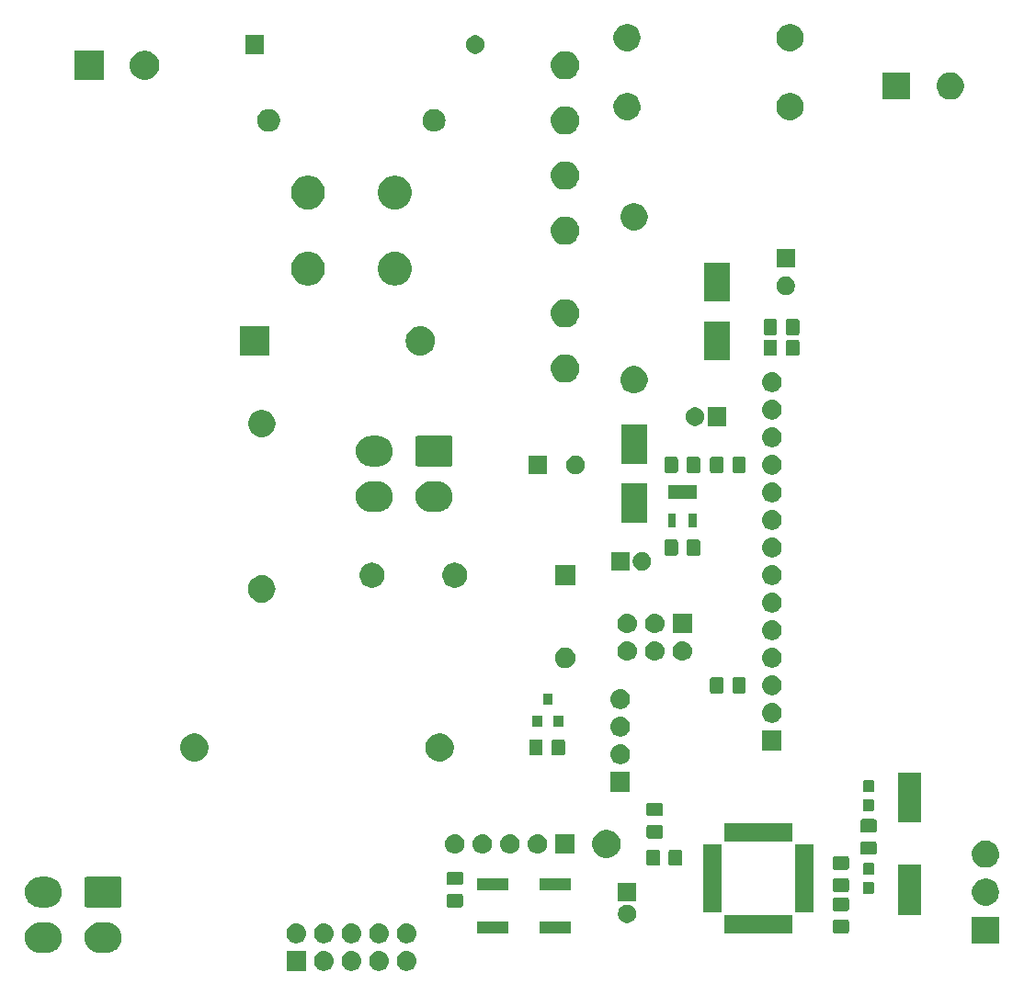
<source format=gbr>
G04 #@! TF.GenerationSoftware,KiCad,Pcbnew,5.1.2-f72e74a~84~ubuntu18.04.1*
G04 #@! TF.CreationDate,2019-05-07T20:49:25+02:00*
G04 #@! TF.ProjectId,slow-cooker,736c6f77-2d63-46f6-9f6b-65722e6b6963,rev?*
G04 #@! TF.SameCoordinates,Original*
G04 #@! TF.FileFunction,Soldermask,Top*
G04 #@! TF.FilePolarity,Negative*
%FSLAX46Y46*%
G04 Gerber Fmt 4.6, Leading zero omitted, Abs format (unit mm)*
G04 Created by KiCad (PCBNEW 5.1.2-f72e74a~84~ubuntu18.04.1) date 2019-05-07 20:49:25*
%MOMM*%
%LPD*%
G04 APERTURE LIST*
%ADD10C,0.100000*%
G04 APERTURE END LIST*
D10*
G36*
X138540443Y-138170519D02*
G01*
X138606627Y-138177037D01*
X138776466Y-138228557D01*
X138932991Y-138312222D01*
X138937594Y-138316000D01*
X139070186Y-138424814D01*
X139153448Y-138526271D01*
X139182778Y-138562009D01*
X139266443Y-138718534D01*
X139317963Y-138888373D01*
X139335359Y-139065000D01*
X139317963Y-139241627D01*
X139266443Y-139411466D01*
X139182778Y-139567991D01*
X139153448Y-139603729D01*
X139070186Y-139705186D01*
X138968729Y-139788448D01*
X138932991Y-139817778D01*
X138776466Y-139901443D01*
X138606627Y-139952963D01*
X138540443Y-139959481D01*
X138474260Y-139966000D01*
X138385740Y-139966000D01*
X138319557Y-139959481D01*
X138253373Y-139952963D01*
X138083534Y-139901443D01*
X137927009Y-139817778D01*
X137891271Y-139788448D01*
X137789814Y-139705186D01*
X137706552Y-139603729D01*
X137677222Y-139567991D01*
X137593557Y-139411466D01*
X137542037Y-139241627D01*
X137524641Y-139065000D01*
X137542037Y-138888373D01*
X137593557Y-138718534D01*
X137677222Y-138562009D01*
X137706552Y-138526271D01*
X137789814Y-138424814D01*
X137922406Y-138316000D01*
X137927009Y-138312222D01*
X138083534Y-138228557D01*
X138253373Y-138177037D01*
X138319557Y-138170519D01*
X138385740Y-138164000D01*
X138474260Y-138164000D01*
X138540443Y-138170519D01*
X138540443Y-138170519D01*
G37*
G36*
X141080443Y-138170519D02*
G01*
X141146627Y-138177037D01*
X141316466Y-138228557D01*
X141472991Y-138312222D01*
X141477594Y-138316000D01*
X141610186Y-138424814D01*
X141693448Y-138526271D01*
X141722778Y-138562009D01*
X141806443Y-138718534D01*
X141857963Y-138888373D01*
X141875359Y-139065000D01*
X141857963Y-139241627D01*
X141806443Y-139411466D01*
X141722778Y-139567991D01*
X141693448Y-139603729D01*
X141610186Y-139705186D01*
X141508729Y-139788448D01*
X141472991Y-139817778D01*
X141316466Y-139901443D01*
X141146627Y-139952963D01*
X141080443Y-139959481D01*
X141014260Y-139966000D01*
X140925740Y-139966000D01*
X140859557Y-139959481D01*
X140793373Y-139952963D01*
X140623534Y-139901443D01*
X140467009Y-139817778D01*
X140431271Y-139788448D01*
X140329814Y-139705186D01*
X140246552Y-139603729D01*
X140217222Y-139567991D01*
X140133557Y-139411466D01*
X140082037Y-139241627D01*
X140064641Y-139065000D01*
X140082037Y-138888373D01*
X140133557Y-138718534D01*
X140217222Y-138562009D01*
X140246552Y-138526271D01*
X140329814Y-138424814D01*
X140462406Y-138316000D01*
X140467009Y-138312222D01*
X140623534Y-138228557D01*
X140793373Y-138177037D01*
X140859557Y-138170519D01*
X140925740Y-138164000D01*
X141014260Y-138164000D01*
X141080443Y-138170519D01*
X141080443Y-138170519D01*
G37*
G36*
X143620443Y-138170519D02*
G01*
X143686627Y-138177037D01*
X143856466Y-138228557D01*
X144012991Y-138312222D01*
X144017594Y-138316000D01*
X144150186Y-138424814D01*
X144233448Y-138526271D01*
X144262778Y-138562009D01*
X144346443Y-138718534D01*
X144397963Y-138888373D01*
X144415359Y-139065000D01*
X144397963Y-139241627D01*
X144346443Y-139411466D01*
X144262778Y-139567991D01*
X144233448Y-139603729D01*
X144150186Y-139705186D01*
X144048729Y-139788448D01*
X144012991Y-139817778D01*
X143856466Y-139901443D01*
X143686627Y-139952963D01*
X143620443Y-139959481D01*
X143554260Y-139966000D01*
X143465740Y-139966000D01*
X143399557Y-139959481D01*
X143333373Y-139952963D01*
X143163534Y-139901443D01*
X143007009Y-139817778D01*
X142971271Y-139788448D01*
X142869814Y-139705186D01*
X142786552Y-139603729D01*
X142757222Y-139567991D01*
X142673557Y-139411466D01*
X142622037Y-139241627D01*
X142604641Y-139065000D01*
X142622037Y-138888373D01*
X142673557Y-138718534D01*
X142757222Y-138562009D01*
X142786552Y-138526271D01*
X142869814Y-138424814D01*
X143002406Y-138316000D01*
X143007009Y-138312222D01*
X143163534Y-138228557D01*
X143333373Y-138177037D01*
X143399557Y-138170519D01*
X143465740Y-138164000D01*
X143554260Y-138164000D01*
X143620443Y-138170519D01*
X143620443Y-138170519D01*
G37*
G36*
X136000443Y-138170519D02*
G01*
X136066627Y-138177037D01*
X136236466Y-138228557D01*
X136392991Y-138312222D01*
X136397594Y-138316000D01*
X136530186Y-138424814D01*
X136613448Y-138526271D01*
X136642778Y-138562009D01*
X136726443Y-138718534D01*
X136777963Y-138888373D01*
X136795359Y-139065000D01*
X136777963Y-139241627D01*
X136726443Y-139411466D01*
X136642778Y-139567991D01*
X136613448Y-139603729D01*
X136530186Y-139705186D01*
X136428729Y-139788448D01*
X136392991Y-139817778D01*
X136236466Y-139901443D01*
X136066627Y-139952963D01*
X136000443Y-139959481D01*
X135934260Y-139966000D01*
X135845740Y-139966000D01*
X135779557Y-139959481D01*
X135713373Y-139952963D01*
X135543534Y-139901443D01*
X135387009Y-139817778D01*
X135351271Y-139788448D01*
X135249814Y-139705186D01*
X135166552Y-139603729D01*
X135137222Y-139567991D01*
X135053557Y-139411466D01*
X135002037Y-139241627D01*
X134984641Y-139065000D01*
X135002037Y-138888373D01*
X135053557Y-138718534D01*
X135137222Y-138562009D01*
X135166552Y-138526271D01*
X135249814Y-138424814D01*
X135382406Y-138316000D01*
X135387009Y-138312222D01*
X135543534Y-138228557D01*
X135713373Y-138177037D01*
X135779557Y-138170519D01*
X135845740Y-138164000D01*
X135934260Y-138164000D01*
X136000443Y-138170519D01*
X136000443Y-138170519D01*
G37*
G36*
X134251000Y-139966000D02*
G01*
X132449000Y-139966000D01*
X132449000Y-138164000D01*
X134251000Y-138164000D01*
X134251000Y-139966000D01*
X134251000Y-139966000D01*
G37*
G36*
X116041731Y-135524136D02*
G01*
X116144644Y-135534272D01*
X116340017Y-135593538D01*
X116408737Y-135614384D01*
X116638202Y-135737036D01*
X116652120Y-135744475D01*
X116707691Y-135790082D01*
X116865450Y-135919550D01*
X116994918Y-136077309D01*
X117040525Y-136132880D01*
X117040526Y-136132882D01*
X117170616Y-136376263D01*
X117170617Y-136376267D01*
X117250728Y-136640356D01*
X117277778Y-136915000D01*
X117250728Y-137189644D01*
X117223992Y-137277779D01*
X117170616Y-137453737D01*
X117047964Y-137683202D01*
X117040525Y-137697120D01*
X116994918Y-137752691D01*
X116865450Y-137910450D01*
X116707691Y-138039918D01*
X116652120Y-138085525D01*
X116652118Y-138085526D01*
X116408737Y-138215616D01*
X116340017Y-138236462D01*
X116144644Y-138295728D01*
X116041731Y-138305864D01*
X115938820Y-138316000D01*
X115201180Y-138316000D01*
X115098269Y-138305864D01*
X114995356Y-138295728D01*
X114799983Y-138236462D01*
X114731263Y-138215616D01*
X114487882Y-138085526D01*
X114487880Y-138085525D01*
X114432309Y-138039918D01*
X114274550Y-137910450D01*
X114145082Y-137752691D01*
X114099475Y-137697120D01*
X114092036Y-137683202D01*
X113969384Y-137453737D01*
X113916008Y-137277779D01*
X113889272Y-137189644D01*
X113862222Y-136915000D01*
X113889272Y-136640356D01*
X113969383Y-136376267D01*
X113969384Y-136376263D01*
X114099474Y-136132882D01*
X114099475Y-136132880D01*
X114145082Y-136077309D01*
X114274550Y-135919550D01*
X114432309Y-135790082D01*
X114487880Y-135744475D01*
X114501798Y-135737036D01*
X114731263Y-135614384D01*
X114799983Y-135593538D01*
X114995356Y-135534272D01*
X115098269Y-135524136D01*
X115201180Y-135514000D01*
X115938820Y-135514000D01*
X116041731Y-135524136D01*
X116041731Y-135524136D01*
G37*
G36*
X110541731Y-135524136D02*
G01*
X110644644Y-135534272D01*
X110840017Y-135593538D01*
X110908737Y-135614384D01*
X111138202Y-135737036D01*
X111152120Y-135744475D01*
X111207691Y-135790082D01*
X111365450Y-135919550D01*
X111494918Y-136077309D01*
X111540525Y-136132880D01*
X111540526Y-136132882D01*
X111670616Y-136376263D01*
X111670617Y-136376267D01*
X111750728Y-136640356D01*
X111777778Y-136915000D01*
X111750728Y-137189644D01*
X111723992Y-137277779D01*
X111670616Y-137453737D01*
X111547964Y-137683202D01*
X111540525Y-137697120D01*
X111494918Y-137752691D01*
X111365450Y-137910450D01*
X111207691Y-138039918D01*
X111152120Y-138085525D01*
X111152118Y-138085526D01*
X110908737Y-138215616D01*
X110840017Y-138236462D01*
X110644644Y-138295728D01*
X110541731Y-138305864D01*
X110438820Y-138316000D01*
X109701180Y-138316000D01*
X109598269Y-138305864D01*
X109495356Y-138295728D01*
X109299983Y-138236462D01*
X109231263Y-138215616D01*
X108987882Y-138085526D01*
X108987880Y-138085525D01*
X108932309Y-138039918D01*
X108774550Y-137910450D01*
X108645082Y-137752691D01*
X108599475Y-137697120D01*
X108592036Y-137683202D01*
X108469384Y-137453737D01*
X108416008Y-137277779D01*
X108389272Y-137189644D01*
X108362222Y-136915000D01*
X108389272Y-136640356D01*
X108469383Y-136376267D01*
X108469384Y-136376263D01*
X108599474Y-136132882D01*
X108599475Y-136132880D01*
X108645082Y-136077309D01*
X108774550Y-135919550D01*
X108932309Y-135790082D01*
X108987880Y-135744475D01*
X109001798Y-135737036D01*
X109231263Y-135614384D01*
X109299983Y-135593538D01*
X109495356Y-135534272D01*
X109598269Y-135524136D01*
X109701180Y-135514000D01*
X110438820Y-135514000D01*
X110541731Y-135524136D01*
X110541731Y-135524136D01*
G37*
G36*
X198101000Y-137466000D02*
G01*
X195599000Y-137466000D01*
X195599000Y-134964000D01*
X198101000Y-134964000D01*
X198101000Y-137466000D01*
X198101000Y-137466000D01*
G37*
G36*
X138540442Y-135630518D02*
G01*
X138606627Y-135637037D01*
X138776466Y-135688557D01*
X138932991Y-135772222D01*
X138968729Y-135801552D01*
X139070186Y-135884814D01*
X139153448Y-135986271D01*
X139182778Y-136022009D01*
X139266443Y-136178534D01*
X139317963Y-136348373D01*
X139335359Y-136525000D01*
X139317963Y-136701627D01*
X139266443Y-136871466D01*
X139182778Y-137027991D01*
X139153448Y-137063729D01*
X139070186Y-137165186D01*
X138968729Y-137248448D01*
X138932991Y-137277778D01*
X138776466Y-137361443D01*
X138606627Y-137412963D01*
X138540443Y-137419481D01*
X138474260Y-137426000D01*
X138385740Y-137426000D01*
X138319557Y-137419481D01*
X138253373Y-137412963D01*
X138083534Y-137361443D01*
X137927009Y-137277778D01*
X137891271Y-137248448D01*
X137789814Y-137165186D01*
X137706552Y-137063729D01*
X137677222Y-137027991D01*
X137593557Y-136871466D01*
X137542037Y-136701627D01*
X137524641Y-136525000D01*
X137542037Y-136348373D01*
X137593557Y-136178534D01*
X137677222Y-136022009D01*
X137706552Y-135986271D01*
X137789814Y-135884814D01*
X137891271Y-135801552D01*
X137927009Y-135772222D01*
X138083534Y-135688557D01*
X138253373Y-135637037D01*
X138319558Y-135630518D01*
X138385740Y-135624000D01*
X138474260Y-135624000D01*
X138540442Y-135630518D01*
X138540442Y-135630518D01*
G37*
G36*
X141080442Y-135630518D02*
G01*
X141146627Y-135637037D01*
X141316466Y-135688557D01*
X141472991Y-135772222D01*
X141508729Y-135801552D01*
X141610186Y-135884814D01*
X141693448Y-135986271D01*
X141722778Y-136022009D01*
X141806443Y-136178534D01*
X141857963Y-136348373D01*
X141875359Y-136525000D01*
X141857963Y-136701627D01*
X141806443Y-136871466D01*
X141722778Y-137027991D01*
X141693448Y-137063729D01*
X141610186Y-137165186D01*
X141508729Y-137248448D01*
X141472991Y-137277778D01*
X141316466Y-137361443D01*
X141146627Y-137412963D01*
X141080443Y-137419481D01*
X141014260Y-137426000D01*
X140925740Y-137426000D01*
X140859557Y-137419481D01*
X140793373Y-137412963D01*
X140623534Y-137361443D01*
X140467009Y-137277778D01*
X140431271Y-137248448D01*
X140329814Y-137165186D01*
X140246552Y-137063729D01*
X140217222Y-137027991D01*
X140133557Y-136871466D01*
X140082037Y-136701627D01*
X140064641Y-136525000D01*
X140082037Y-136348373D01*
X140133557Y-136178534D01*
X140217222Y-136022009D01*
X140246552Y-135986271D01*
X140329814Y-135884814D01*
X140431271Y-135801552D01*
X140467009Y-135772222D01*
X140623534Y-135688557D01*
X140793373Y-135637037D01*
X140859558Y-135630518D01*
X140925740Y-135624000D01*
X141014260Y-135624000D01*
X141080442Y-135630518D01*
X141080442Y-135630518D01*
G37*
G36*
X136000442Y-135630518D02*
G01*
X136066627Y-135637037D01*
X136236466Y-135688557D01*
X136392991Y-135772222D01*
X136428729Y-135801552D01*
X136530186Y-135884814D01*
X136613448Y-135986271D01*
X136642778Y-136022009D01*
X136726443Y-136178534D01*
X136777963Y-136348373D01*
X136795359Y-136525000D01*
X136777963Y-136701627D01*
X136726443Y-136871466D01*
X136642778Y-137027991D01*
X136613448Y-137063729D01*
X136530186Y-137165186D01*
X136428729Y-137248448D01*
X136392991Y-137277778D01*
X136236466Y-137361443D01*
X136066627Y-137412963D01*
X136000443Y-137419481D01*
X135934260Y-137426000D01*
X135845740Y-137426000D01*
X135779557Y-137419481D01*
X135713373Y-137412963D01*
X135543534Y-137361443D01*
X135387009Y-137277778D01*
X135351271Y-137248448D01*
X135249814Y-137165186D01*
X135166552Y-137063729D01*
X135137222Y-137027991D01*
X135053557Y-136871466D01*
X135002037Y-136701627D01*
X134984641Y-136525000D01*
X135002037Y-136348373D01*
X135053557Y-136178534D01*
X135137222Y-136022009D01*
X135166552Y-135986271D01*
X135249814Y-135884814D01*
X135351271Y-135801552D01*
X135387009Y-135772222D01*
X135543534Y-135688557D01*
X135713373Y-135637037D01*
X135779558Y-135630518D01*
X135845740Y-135624000D01*
X135934260Y-135624000D01*
X136000442Y-135630518D01*
X136000442Y-135630518D01*
G37*
G36*
X133460442Y-135630518D02*
G01*
X133526627Y-135637037D01*
X133696466Y-135688557D01*
X133852991Y-135772222D01*
X133888729Y-135801552D01*
X133990186Y-135884814D01*
X134073448Y-135986271D01*
X134102778Y-136022009D01*
X134186443Y-136178534D01*
X134237963Y-136348373D01*
X134255359Y-136525000D01*
X134237963Y-136701627D01*
X134186443Y-136871466D01*
X134102778Y-137027991D01*
X134073448Y-137063729D01*
X133990186Y-137165186D01*
X133888729Y-137248448D01*
X133852991Y-137277778D01*
X133696466Y-137361443D01*
X133526627Y-137412963D01*
X133460443Y-137419481D01*
X133394260Y-137426000D01*
X133305740Y-137426000D01*
X133239557Y-137419481D01*
X133173373Y-137412963D01*
X133003534Y-137361443D01*
X132847009Y-137277778D01*
X132811271Y-137248448D01*
X132709814Y-137165186D01*
X132626552Y-137063729D01*
X132597222Y-137027991D01*
X132513557Y-136871466D01*
X132462037Y-136701627D01*
X132444641Y-136525000D01*
X132462037Y-136348373D01*
X132513557Y-136178534D01*
X132597222Y-136022009D01*
X132626552Y-135986271D01*
X132709814Y-135884814D01*
X132811271Y-135801552D01*
X132847009Y-135772222D01*
X133003534Y-135688557D01*
X133173373Y-135637037D01*
X133239558Y-135630518D01*
X133305740Y-135624000D01*
X133394260Y-135624000D01*
X133460442Y-135630518D01*
X133460442Y-135630518D01*
G37*
G36*
X143620442Y-135630518D02*
G01*
X143686627Y-135637037D01*
X143856466Y-135688557D01*
X144012991Y-135772222D01*
X144048729Y-135801552D01*
X144150186Y-135884814D01*
X144233448Y-135986271D01*
X144262778Y-136022009D01*
X144346443Y-136178534D01*
X144397963Y-136348373D01*
X144415359Y-136525000D01*
X144397963Y-136701627D01*
X144346443Y-136871466D01*
X144262778Y-137027991D01*
X144233448Y-137063729D01*
X144150186Y-137165186D01*
X144048729Y-137248448D01*
X144012991Y-137277778D01*
X143856466Y-137361443D01*
X143686627Y-137412963D01*
X143620443Y-137419481D01*
X143554260Y-137426000D01*
X143465740Y-137426000D01*
X143399557Y-137419481D01*
X143333373Y-137412963D01*
X143163534Y-137361443D01*
X143007009Y-137277778D01*
X142971271Y-137248448D01*
X142869814Y-137165186D01*
X142786552Y-137063729D01*
X142757222Y-137027991D01*
X142673557Y-136871466D01*
X142622037Y-136701627D01*
X142604641Y-136525000D01*
X142622037Y-136348373D01*
X142673557Y-136178534D01*
X142757222Y-136022009D01*
X142786552Y-135986271D01*
X142869814Y-135884814D01*
X142971271Y-135801552D01*
X143007009Y-135772222D01*
X143163534Y-135688557D01*
X143333373Y-135637037D01*
X143399558Y-135630518D01*
X143465740Y-135624000D01*
X143554260Y-135624000D01*
X143620442Y-135630518D01*
X143620442Y-135630518D01*
G37*
G36*
X179021000Y-136546000D02*
G01*
X172769000Y-136546000D01*
X172769000Y-134844000D01*
X179021000Y-134844000D01*
X179021000Y-136546000D01*
X179021000Y-136546000D01*
G37*
G36*
X158611000Y-136536000D02*
G01*
X155759000Y-136536000D01*
X155759000Y-135434000D01*
X158611000Y-135434000D01*
X158611000Y-136536000D01*
X158611000Y-136536000D01*
G37*
G36*
X152851000Y-136536000D02*
G01*
X149999000Y-136536000D01*
X149999000Y-135434000D01*
X152851000Y-135434000D01*
X152851000Y-136536000D01*
X152851000Y-136536000D01*
G37*
G36*
X184103674Y-135268465D02*
G01*
X184141367Y-135279899D01*
X184176103Y-135298466D01*
X184206548Y-135323452D01*
X184231534Y-135353897D01*
X184250101Y-135388633D01*
X184261535Y-135426326D01*
X184266000Y-135471661D01*
X184266000Y-136308339D01*
X184261535Y-136353674D01*
X184250101Y-136391367D01*
X184231534Y-136426103D01*
X184206548Y-136456548D01*
X184176103Y-136481534D01*
X184141367Y-136500101D01*
X184103674Y-136511535D01*
X184058339Y-136516000D01*
X182971661Y-136516000D01*
X182926326Y-136511535D01*
X182888633Y-136500101D01*
X182853897Y-136481534D01*
X182823452Y-136456548D01*
X182798466Y-136426103D01*
X182779899Y-136391367D01*
X182768465Y-136353674D01*
X182764000Y-136308339D01*
X182764000Y-135471661D01*
X182768465Y-135426326D01*
X182779899Y-135388633D01*
X182798466Y-135353897D01*
X182823452Y-135323452D01*
X182853897Y-135298466D01*
X182888633Y-135279899D01*
X182926326Y-135268465D01*
X182971661Y-135264000D01*
X184058339Y-135264000D01*
X184103674Y-135268465D01*
X184103674Y-135268465D01*
G37*
G36*
X164078228Y-133896703D02*
G01*
X164233100Y-133960853D01*
X164372481Y-134053985D01*
X164491015Y-134172519D01*
X164584147Y-134311900D01*
X164648297Y-134466772D01*
X164681000Y-134631184D01*
X164681000Y-134798816D01*
X164648297Y-134963228D01*
X164584147Y-135118100D01*
X164491015Y-135257481D01*
X164372481Y-135376015D01*
X164233100Y-135469147D01*
X164078228Y-135533297D01*
X163913816Y-135566000D01*
X163746184Y-135566000D01*
X163581772Y-135533297D01*
X163426900Y-135469147D01*
X163287519Y-135376015D01*
X163168985Y-135257481D01*
X163075853Y-135118100D01*
X163011703Y-134963228D01*
X162979000Y-134798816D01*
X162979000Y-134631184D01*
X163011703Y-134466772D01*
X163075853Y-134311900D01*
X163168985Y-134172519D01*
X163287519Y-134053985D01*
X163426900Y-133960853D01*
X163581772Y-133896703D01*
X163746184Y-133864000D01*
X163913816Y-133864000D01*
X164078228Y-133896703D01*
X164078228Y-133896703D01*
G37*
G36*
X190916000Y-134821000D02*
G01*
X188814000Y-134821000D01*
X188814000Y-130219000D01*
X190916000Y-130219000D01*
X190916000Y-134821000D01*
X190916000Y-134821000D01*
G37*
G36*
X172496000Y-134571000D02*
G01*
X170794000Y-134571000D01*
X170794000Y-128319000D01*
X172496000Y-128319000D01*
X172496000Y-134571000D01*
X172496000Y-134571000D01*
G37*
G36*
X180996000Y-134571000D02*
G01*
X179294000Y-134571000D01*
X179294000Y-128319000D01*
X180996000Y-128319000D01*
X180996000Y-134571000D01*
X180996000Y-134571000D01*
G37*
G36*
X184103674Y-133218465D02*
G01*
X184141367Y-133229899D01*
X184176103Y-133248466D01*
X184206548Y-133273452D01*
X184231534Y-133303897D01*
X184250101Y-133338633D01*
X184261535Y-133376326D01*
X184266000Y-133421661D01*
X184266000Y-134258339D01*
X184261535Y-134303674D01*
X184250101Y-134341367D01*
X184231534Y-134376103D01*
X184206548Y-134406548D01*
X184176103Y-134431534D01*
X184141367Y-134450101D01*
X184103674Y-134461535D01*
X184058339Y-134466000D01*
X182971661Y-134466000D01*
X182926326Y-134461535D01*
X182888633Y-134450101D01*
X182853897Y-134431534D01*
X182823452Y-134406548D01*
X182798466Y-134376103D01*
X182779899Y-134341367D01*
X182768465Y-134303674D01*
X182764000Y-134258339D01*
X182764000Y-133421661D01*
X182768465Y-133376326D01*
X182779899Y-133338633D01*
X182798466Y-133303897D01*
X182823452Y-133273452D01*
X182853897Y-133248466D01*
X182888633Y-133229899D01*
X182926326Y-133218465D01*
X182971661Y-133214000D01*
X184058339Y-133214000D01*
X184103674Y-133218465D01*
X184103674Y-133218465D01*
G37*
G36*
X148543674Y-132873465D02*
G01*
X148581367Y-132884899D01*
X148616103Y-132903466D01*
X148646548Y-132928452D01*
X148671534Y-132958897D01*
X148690101Y-132993633D01*
X148701535Y-133031326D01*
X148706000Y-133076661D01*
X148706000Y-133913339D01*
X148701535Y-133958674D01*
X148690101Y-133996367D01*
X148671534Y-134031103D01*
X148646548Y-134061548D01*
X148616103Y-134086534D01*
X148581367Y-134105101D01*
X148543674Y-134116535D01*
X148498339Y-134121000D01*
X147411661Y-134121000D01*
X147366326Y-134116535D01*
X147328633Y-134105101D01*
X147293897Y-134086534D01*
X147263452Y-134061548D01*
X147238466Y-134031103D01*
X147219899Y-133996367D01*
X147208465Y-133958674D01*
X147204000Y-133913339D01*
X147204000Y-133076661D01*
X147208465Y-133031326D01*
X147219899Y-132993633D01*
X147238466Y-132958897D01*
X147263452Y-132928452D01*
X147293897Y-132903466D01*
X147328633Y-132884899D01*
X147366326Y-132873465D01*
X147411661Y-132869000D01*
X148498339Y-132869000D01*
X148543674Y-132873465D01*
X148543674Y-132873465D01*
G37*
G36*
X117144031Y-131317621D02*
G01*
X117173486Y-131326556D01*
X117200623Y-131341062D01*
X117224414Y-131360586D01*
X117243938Y-131384377D01*
X117258444Y-131411514D01*
X117267379Y-131440969D01*
X117271000Y-131477734D01*
X117271000Y-133952266D01*
X117267379Y-133989031D01*
X117258444Y-134018486D01*
X117243938Y-134045623D01*
X117224414Y-134069414D01*
X117200623Y-134088938D01*
X117173486Y-134103444D01*
X117144031Y-134112379D01*
X117107266Y-134116000D01*
X114032734Y-134116000D01*
X113995969Y-134112379D01*
X113966514Y-134103444D01*
X113939377Y-134088938D01*
X113915586Y-134069414D01*
X113896062Y-134045623D01*
X113881556Y-134018486D01*
X113872621Y-133989031D01*
X113869000Y-133952266D01*
X113869000Y-131477734D01*
X113872621Y-131440969D01*
X113881556Y-131411514D01*
X113896062Y-131384377D01*
X113915586Y-131360586D01*
X113939377Y-131341062D01*
X113966514Y-131326556D01*
X113995969Y-131317621D01*
X114032734Y-131314000D01*
X117107266Y-131314000D01*
X117144031Y-131317621D01*
X117144031Y-131317621D01*
G37*
G36*
X110541731Y-131324136D02*
G01*
X110644644Y-131334272D01*
X110840017Y-131393538D01*
X110908737Y-131414384D01*
X111111625Y-131522830D01*
X111152120Y-131544475D01*
X111189268Y-131574962D01*
X111365450Y-131719550D01*
X111481440Y-131860885D01*
X111540525Y-131932880D01*
X111540526Y-131932882D01*
X111670616Y-132176263D01*
X111670617Y-132176267D01*
X111750728Y-132440356D01*
X111777778Y-132715000D01*
X111750728Y-132989644D01*
X111723348Y-133079903D01*
X111670616Y-133253737D01*
X111547964Y-133483202D01*
X111540525Y-133497120D01*
X111494918Y-133552691D01*
X111365450Y-133710450D01*
X111227547Y-133823623D01*
X111152120Y-133885525D01*
X111152118Y-133885526D01*
X110908737Y-134015616D01*
X110857683Y-134031103D01*
X110644644Y-134095728D01*
X110549478Y-134105101D01*
X110438820Y-134116000D01*
X109701180Y-134116000D01*
X109590522Y-134105101D01*
X109495356Y-134095728D01*
X109282317Y-134031103D01*
X109231263Y-134015616D01*
X108987882Y-133885526D01*
X108987880Y-133885525D01*
X108912453Y-133823623D01*
X108774550Y-133710450D01*
X108645082Y-133552691D01*
X108599475Y-133497120D01*
X108592036Y-133483202D01*
X108469384Y-133253737D01*
X108416652Y-133079903D01*
X108389272Y-132989644D01*
X108362222Y-132715000D01*
X108389272Y-132440356D01*
X108469383Y-132176267D01*
X108469384Y-132176263D01*
X108599474Y-131932882D01*
X108599475Y-131932880D01*
X108658560Y-131860885D01*
X108774550Y-131719550D01*
X108950732Y-131574962D01*
X108987880Y-131544475D01*
X109028375Y-131522830D01*
X109231263Y-131414384D01*
X109299983Y-131393538D01*
X109495356Y-131334272D01*
X109598269Y-131324136D01*
X109701180Y-131314000D01*
X110438820Y-131314000D01*
X110541731Y-131324136D01*
X110541731Y-131324136D01*
G37*
G36*
X197153539Y-131499869D02*
G01*
X197214903Y-131512075D01*
X197442571Y-131606378D01*
X197647466Y-131743285D01*
X197821715Y-131917534D01*
X197924258Y-132071000D01*
X197958623Y-132122431D01*
X198052925Y-132350097D01*
X198101000Y-132591786D01*
X198101000Y-132838214D01*
X198052925Y-133079903D01*
X197980923Y-133253733D01*
X197958622Y-133307571D01*
X197821715Y-133512466D01*
X197647466Y-133686715D01*
X197442571Y-133823622D01*
X197442570Y-133823623D01*
X197442569Y-133823623D01*
X197214903Y-133917925D01*
X196973214Y-133966000D01*
X196726786Y-133966000D01*
X196485097Y-133917925D01*
X196257431Y-133823623D01*
X196257430Y-133823623D01*
X196257429Y-133823622D01*
X196052534Y-133686715D01*
X195878285Y-133512466D01*
X195741378Y-133307571D01*
X195719078Y-133253733D01*
X195647075Y-133079903D01*
X195599000Y-132838214D01*
X195599000Y-132591786D01*
X195647075Y-132350097D01*
X195741377Y-132122431D01*
X195775742Y-132071000D01*
X195878285Y-131917534D01*
X196052534Y-131743285D01*
X196257429Y-131606378D01*
X196485097Y-131512075D01*
X196546461Y-131499869D01*
X196726786Y-131464000D01*
X196973214Y-131464000D01*
X197153539Y-131499869D01*
X197153539Y-131499869D01*
G37*
G36*
X164681000Y-133566000D02*
G01*
X162979000Y-133566000D01*
X162979000Y-131864000D01*
X164681000Y-131864000D01*
X164681000Y-133566000D01*
X164681000Y-133566000D01*
G37*
G36*
X186419499Y-131748445D02*
G01*
X186456995Y-131759820D01*
X186491554Y-131778292D01*
X186521847Y-131803153D01*
X186546708Y-131833446D01*
X186565180Y-131868005D01*
X186576555Y-131905501D01*
X186581000Y-131950638D01*
X186581000Y-132689362D01*
X186576555Y-132734499D01*
X186565180Y-132771995D01*
X186546708Y-132806554D01*
X186521847Y-132836847D01*
X186491554Y-132861708D01*
X186456995Y-132880180D01*
X186419499Y-132891555D01*
X186374362Y-132896000D01*
X185735638Y-132896000D01*
X185690501Y-132891555D01*
X185653005Y-132880180D01*
X185618446Y-132861708D01*
X185588153Y-132836847D01*
X185563292Y-132806554D01*
X185544820Y-132771995D01*
X185533445Y-132734499D01*
X185529000Y-132689362D01*
X185529000Y-131950638D01*
X185533445Y-131905501D01*
X185544820Y-131868005D01*
X185563292Y-131833446D01*
X185588153Y-131803153D01*
X185618446Y-131778292D01*
X185653005Y-131759820D01*
X185690501Y-131748445D01*
X185735638Y-131744000D01*
X186374362Y-131744000D01*
X186419499Y-131748445D01*
X186419499Y-131748445D01*
G37*
G36*
X184103674Y-131458465D02*
G01*
X184141367Y-131469899D01*
X184176103Y-131488466D01*
X184206548Y-131513452D01*
X184231534Y-131543897D01*
X184250101Y-131578633D01*
X184261535Y-131616326D01*
X184266000Y-131661661D01*
X184266000Y-132498339D01*
X184261535Y-132543674D01*
X184250101Y-132581367D01*
X184231534Y-132616103D01*
X184206548Y-132646548D01*
X184176103Y-132671534D01*
X184141367Y-132690101D01*
X184103674Y-132701535D01*
X184058339Y-132706000D01*
X182971661Y-132706000D01*
X182926326Y-132701535D01*
X182888633Y-132690101D01*
X182853897Y-132671534D01*
X182823452Y-132646548D01*
X182798466Y-132616103D01*
X182779899Y-132581367D01*
X182768465Y-132543674D01*
X182764000Y-132498339D01*
X182764000Y-131661661D01*
X182768465Y-131616326D01*
X182779899Y-131578633D01*
X182798466Y-131543897D01*
X182823452Y-131513452D01*
X182853897Y-131488466D01*
X182888633Y-131469899D01*
X182926326Y-131458465D01*
X182971661Y-131454000D01*
X184058339Y-131454000D01*
X184103674Y-131458465D01*
X184103674Y-131458465D01*
G37*
G36*
X152851000Y-132536000D02*
G01*
X149999000Y-132536000D01*
X149999000Y-131434000D01*
X152851000Y-131434000D01*
X152851000Y-132536000D01*
X152851000Y-132536000D01*
G37*
G36*
X158611000Y-132536000D02*
G01*
X155759000Y-132536000D01*
X155759000Y-131434000D01*
X158611000Y-131434000D01*
X158611000Y-132536000D01*
X158611000Y-132536000D01*
G37*
G36*
X148543674Y-130823465D02*
G01*
X148581367Y-130834899D01*
X148616103Y-130853466D01*
X148646548Y-130878452D01*
X148671534Y-130908897D01*
X148690101Y-130943633D01*
X148701535Y-130981326D01*
X148706000Y-131026661D01*
X148706000Y-131863339D01*
X148701535Y-131908674D01*
X148690101Y-131946367D01*
X148671534Y-131981103D01*
X148646548Y-132011548D01*
X148616103Y-132036534D01*
X148581367Y-132055101D01*
X148543674Y-132066535D01*
X148498339Y-132071000D01*
X147411661Y-132071000D01*
X147366326Y-132066535D01*
X147328633Y-132055101D01*
X147293897Y-132036534D01*
X147263452Y-132011548D01*
X147238466Y-131981103D01*
X147219899Y-131946367D01*
X147208465Y-131908674D01*
X147204000Y-131863339D01*
X147204000Y-131026661D01*
X147208465Y-130981326D01*
X147219899Y-130943633D01*
X147238466Y-130908897D01*
X147263452Y-130878452D01*
X147293897Y-130853466D01*
X147328633Y-130834899D01*
X147366326Y-130823465D01*
X147411661Y-130819000D01*
X148498339Y-130819000D01*
X148543674Y-130823465D01*
X148543674Y-130823465D01*
G37*
G36*
X186419499Y-129998445D02*
G01*
X186456995Y-130009820D01*
X186491554Y-130028292D01*
X186521847Y-130053153D01*
X186546708Y-130083446D01*
X186565180Y-130118005D01*
X186576555Y-130155501D01*
X186581000Y-130200638D01*
X186581000Y-130939362D01*
X186576555Y-130984499D01*
X186565180Y-131021995D01*
X186546708Y-131056554D01*
X186521847Y-131086847D01*
X186491554Y-131111708D01*
X186456995Y-131130180D01*
X186419499Y-131141555D01*
X186374362Y-131146000D01*
X185735638Y-131146000D01*
X185690501Y-131141555D01*
X185653005Y-131130180D01*
X185618446Y-131111708D01*
X185588153Y-131086847D01*
X185563292Y-131056554D01*
X185544820Y-131021995D01*
X185533445Y-130984499D01*
X185529000Y-130939362D01*
X185529000Y-130200638D01*
X185533445Y-130155501D01*
X185544820Y-130118005D01*
X185563292Y-130083446D01*
X185588153Y-130053153D01*
X185618446Y-130028292D01*
X185653005Y-130009820D01*
X185690501Y-129998445D01*
X185735638Y-129994000D01*
X186374362Y-129994000D01*
X186419499Y-129998445D01*
X186419499Y-129998445D01*
G37*
G36*
X184103674Y-129408465D02*
G01*
X184141367Y-129419899D01*
X184176103Y-129438466D01*
X184206548Y-129463452D01*
X184231534Y-129493897D01*
X184250101Y-129528633D01*
X184261535Y-129566326D01*
X184266000Y-129611661D01*
X184266000Y-130448339D01*
X184261535Y-130493674D01*
X184250101Y-130531367D01*
X184231534Y-130566103D01*
X184206548Y-130596548D01*
X184176103Y-130621534D01*
X184141367Y-130640101D01*
X184103674Y-130651535D01*
X184058339Y-130656000D01*
X182971661Y-130656000D01*
X182926326Y-130651535D01*
X182888633Y-130640101D01*
X182853897Y-130621534D01*
X182823452Y-130596548D01*
X182798466Y-130566103D01*
X182779899Y-130531367D01*
X182768465Y-130493674D01*
X182764000Y-130448339D01*
X182764000Y-129611661D01*
X182768465Y-129566326D01*
X182779899Y-129528633D01*
X182798466Y-129493897D01*
X182823452Y-129463452D01*
X182853897Y-129438466D01*
X182888633Y-129419899D01*
X182926326Y-129408465D01*
X182971661Y-129404000D01*
X184058339Y-129404000D01*
X184103674Y-129408465D01*
X184103674Y-129408465D01*
G37*
G36*
X197214903Y-128012075D02*
G01*
X197378573Y-128079869D01*
X197442571Y-128106378D01*
X197647466Y-128243285D01*
X197821715Y-128417534D01*
X197954639Y-128616468D01*
X197958623Y-128622431D01*
X198052925Y-128850097D01*
X198101000Y-129091786D01*
X198101000Y-129338214D01*
X198072057Y-129483718D01*
X198052925Y-129579903D01*
X197958622Y-129807571D01*
X197821715Y-130012466D01*
X197647466Y-130186715D01*
X197442571Y-130323622D01*
X197442570Y-130323623D01*
X197442569Y-130323623D01*
X197214903Y-130417925D01*
X196973214Y-130466000D01*
X196726786Y-130466000D01*
X196485097Y-130417925D01*
X196257431Y-130323623D01*
X196257430Y-130323623D01*
X196257429Y-130323622D01*
X196052534Y-130186715D01*
X195878285Y-130012466D01*
X195741378Y-129807571D01*
X195647075Y-129579903D01*
X195627943Y-129483718D01*
X195599000Y-129338214D01*
X195599000Y-129091786D01*
X195647075Y-128850097D01*
X195741377Y-128622431D01*
X195745361Y-128616468D01*
X195878285Y-128417534D01*
X196052534Y-128243285D01*
X196257429Y-128106378D01*
X196321428Y-128079869D01*
X196485097Y-128012075D01*
X196726786Y-127964000D01*
X196973214Y-127964000D01*
X197214903Y-128012075D01*
X197214903Y-128012075D01*
G37*
G36*
X166688674Y-128793465D02*
G01*
X166726367Y-128804899D01*
X166761103Y-128823466D01*
X166791548Y-128848452D01*
X166816534Y-128878897D01*
X166835101Y-128913633D01*
X166846535Y-128951326D01*
X166851000Y-128996661D01*
X166851000Y-130083339D01*
X166846535Y-130128674D01*
X166835101Y-130166367D01*
X166816534Y-130201103D01*
X166791548Y-130231548D01*
X166761103Y-130256534D01*
X166726367Y-130275101D01*
X166688674Y-130286535D01*
X166643339Y-130291000D01*
X165806661Y-130291000D01*
X165761326Y-130286535D01*
X165723633Y-130275101D01*
X165688897Y-130256534D01*
X165658452Y-130231548D01*
X165633466Y-130201103D01*
X165614899Y-130166367D01*
X165603465Y-130128674D01*
X165599000Y-130083339D01*
X165599000Y-128996661D01*
X165603465Y-128951326D01*
X165614899Y-128913633D01*
X165633466Y-128878897D01*
X165658452Y-128848452D01*
X165688897Y-128823466D01*
X165723633Y-128804899D01*
X165761326Y-128793465D01*
X165806661Y-128789000D01*
X166643339Y-128789000D01*
X166688674Y-128793465D01*
X166688674Y-128793465D01*
G37*
G36*
X168738674Y-128793465D02*
G01*
X168776367Y-128804899D01*
X168811103Y-128823466D01*
X168841548Y-128848452D01*
X168866534Y-128878897D01*
X168885101Y-128913633D01*
X168896535Y-128951326D01*
X168901000Y-128996661D01*
X168901000Y-130083339D01*
X168896535Y-130128674D01*
X168885101Y-130166367D01*
X168866534Y-130201103D01*
X168841548Y-130231548D01*
X168811103Y-130256534D01*
X168776367Y-130275101D01*
X168738674Y-130286535D01*
X168693339Y-130291000D01*
X167856661Y-130291000D01*
X167811326Y-130286535D01*
X167773633Y-130275101D01*
X167738897Y-130256534D01*
X167708452Y-130231548D01*
X167683466Y-130201103D01*
X167664899Y-130166367D01*
X167653465Y-130128674D01*
X167649000Y-130083339D01*
X167649000Y-128996661D01*
X167653465Y-128951326D01*
X167664899Y-128913633D01*
X167683466Y-128878897D01*
X167708452Y-128848452D01*
X167738897Y-128823466D01*
X167773633Y-128804899D01*
X167811326Y-128793465D01*
X167856661Y-128789000D01*
X168693339Y-128789000D01*
X168738674Y-128793465D01*
X168738674Y-128793465D01*
G37*
G36*
X162304393Y-127019304D02*
G01*
X162541101Y-127117352D01*
X162541103Y-127117353D01*
X162754135Y-127259696D01*
X162935304Y-127440865D01*
X163077647Y-127653897D01*
X163077648Y-127653899D01*
X163175696Y-127890607D01*
X163225680Y-128141893D01*
X163225680Y-128398107D01*
X163175696Y-128649393D01*
X163116019Y-128793465D01*
X163077647Y-128886103D01*
X162935304Y-129099135D01*
X162754135Y-129280304D01*
X162541103Y-129422647D01*
X162541102Y-129422648D01*
X162541101Y-129422648D01*
X162304393Y-129520696D01*
X162053107Y-129570680D01*
X161796893Y-129570680D01*
X161545607Y-129520696D01*
X161308899Y-129422648D01*
X161308898Y-129422648D01*
X161308897Y-129422647D01*
X161095865Y-129280304D01*
X160914696Y-129099135D01*
X160772353Y-128886103D01*
X160733981Y-128793465D01*
X160674304Y-128649393D01*
X160624320Y-128398107D01*
X160624320Y-128141893D01*
X160674304Y-127890607D01*
X160772352Y-127653899D01*
X160772353Y-127653897D01*
X160914696Y-127440865D01*
X161095865Y-127259696D01*
X161308897Y-127117353D01*
X161308899Y-127117352D01*
X161545607Y-127019304D01*
X161796893Y-126969320D01*
X162053107Y-126969320D01*
X162304393Y-127019304D01*
X162304393Y-127019304D01*
G37*
G36*
X186643674Y-128038465D02*
G01*
X186681367Y-128049899D01*
X186716103Y-128068466D01*
X186746548Y-128093452D01*
X186771534Y-128123897D01*
X186790101Y-128158633D01*
X186801535Y-128196326D01*
X186806000Y-128241661D01*
X186806000Y-129078339D01*
X186801535Y-129123674D01*
X186790101Y-129161367D01*
X186771534Y-129196103D01*
X186746548Y-129226548D01*
X186716103Y-129251534D01*
X186681367Y-129270101D01*
X186643674Y-129281535D01*
X186598339Y-129286000D01*
X185511661Y-129286000D01*
X185466326Y-129281535D01*
X185428633Y-129270101D01*
X185393897Y-129251534D01*
X185363452Y-129226548D01*
X185338466Y-129196103D01*
X185319899Y-129161367D01*
X185308465Y-129123674D01*
X185304000Y-129078339D01*
X185304000Y-128241661D01*
X185308465Y-128196326D01*
X185319899Y-128158633D01*
X185338466Y-128123897D01*
X185363452Y-128093452D01*
X185393897Y-128068466D01*
X185428633Y-128049899D01*
X185466326Y-128038465D01*
X185511661Y-128034000D01*
X186598339Y-128034000D01*
X186643674Y-128038465D01*
X186643674Y-128038465D01*
G37*
G36*
X150605442Y-127375518D02*
G01*
X150671627Y-127382037D01*
X150841466Y-127433557D01*
X150997991Y-127517222D01*
X151033729Y-127546552D01*
X151135186Y-127629814D01*
X151202262Y-127711548D01*
X151247778Y-127767009D01*
X151247779Y-127767011D01*
X151313843Y-127890606D01*
X151331443Y-127923534D01*
X151382963Y-128093373D01*
X151400359Y-128270000D01*
X151382963Y-128446627D01*
X151331443Y-128616466D01*
X151331442Y-128616468D01*
X151289610Y-128694729D01*
X151247778Y-128772991D01*
X151230975Y-128793465D01*
X151135186Y-128910186D01*
X151033729Y-128993448D01*
X150997991Y-129022778D01*
X150997989Y-129022779D01*
X150894045Y-129078339D01*
X150841466Y-129106443D01*
X150671627Y-129157963D01*
X150605442Y-129164482D01*
X150539260Y-129171000D01*
X150450740Y-129171000D01*
X150384558Y-129164482D01*
X150318373Y-129157963D01*
X150148534Y-129106443D01*
X150095956Y-129078339D01*
X149992011Y-129022779D01*
X149992009Y-129022778D01*
X149956271Y-128993448D01*
X149854814Y-128910186D01*
X149759025Y-128793465D01*
X149742222Y-128772991D01*
X149700389Y-128694728D01*
X149658558Y-128616468D01*
X149658557Y-128616466D01*
X149607037Y-128446627D01*
X149589641Y-128270000D01*
X149607037Y-128093373D01*
X149658557Y-127923534D01*
X149676158Y-127890606D01*
X149742221Y-127767011D01*
X149742222Y-127767009D01*
X149787738Y-127711548D01*
X149854814Y-127629814D01*
X149956271Y-127546552D01*
X149992009Y-127517222D01*
X150148534Y-127433557D01*
X150318373Y-127382037D01*
X150384558Y-127375518D01*
X150450740Y-127369000D01*
X150539260Y-127369000D01*
X150605442Y-127375518D01*
X150605442Y-127375518D01*
G37*
G36*
X153145442Y-127375518D02*
G01*
X153211627Y-127382037D01*
X153381466Y-127433557D01*
X153537991Y-127517222D01*
X153573729Y-127546552D01*
X153675186Y-127629814D01*
X153742262Y-127711548D01*
X153787778Y-127767009D01*
X153787779Y-127767011D01*
X153853843Y-127890606D01*
X153871443Y-127923534D01*
X153922963Y-128093373D01*
X153940359Y-128270000D01*
X153922963Y-128446627D01*
X153871443Y-128616466D01*
X153871442Y-128616468D01*
X153829610Y-128694729D01*
X153787778Y-128772991D01*
X153770975Y-128793465D01*
X153675186Y-128910186D01*
X153573729Y-128993448D01*
X153537991Y-129022778D01*
X153537989Y-129022779D01*
X153434045Y-129078339D01*
X153381466Y-129106443D01*
X153211627Y-129157963D01*
X153145442Y-129164482D01*
X153079260Y-129171000D01*
X152990740Y-129171000D01*
X152924558Y-129164482D01*
X152858373Y-129157963D01*
X152688534Y-129106443D01*
X152635956Y-129078339D01*
X152532011Y-129022779D01*
X152532009Y-129022778D01*
X152496271Y-128993448D01*
X152394814Y-128910186D01*
X152299025Y-128793465D01*
X152282222Y-128772991D01*
X152240389Y-128694728D01*
X152198558Y-128616468D01*
X152198557Y-128616466D01*
X152147037Y-128446627D01*
X152129641Y-128270000D01*
X152147037Y-128093373D01*
X152198557Y-127923534D01*
X152216158Y-127890606D01*
X152282221Y-127767011D01*
X152282222Y-127767009D01*
X152327738Y-127711548D01*
X152394814Y-127629814D01*
X152496271Y-127546552D01*
X152532009Y-127517222D01*
X152688534Y-127433557D01*
X152858373Y-127382037D01*
X152924558Y-127375518D01*
X152990740Y-127369000D01*
X153079260Y-127369000D01*
X153145442Y-127375518D01*
X153145442Y-127375518D01*
G37*
G36*
X159016000Y-129171000D02*
G01*
X157214000Y-129171000D01*
X157214000Y-127369000D01*
X159016000Y-127369000D01*
X159016000Y-129171000D01*
X159016000Y-129171000D01*
G37*
G36*
X155685442Y-127375518D02*
G01*
X155751627Y-127382037D01*
X155921466Y-127433557D01*
X156077991Y-127517222D01*
X156113729Y-127546552D01*
X156215186Y-127629814D01*
X156282262Y-127711548D01*
X156327778Y-127767009D01*
X156327779Y-127767011D01*
X156393843Y-127890606D01*
X156411443Y-127923534D01*
X156462963Y-128093373D01*
X156480359Y-128270000D01*
X156462963Y-128446627D01*
X156411443Y-128616466D01*
X156411442Y-128616468D01*
X156369610Y-128694729D01*
X156327778Y-128772991D01*
X156310975Y-128793465D01*
X156215186Y-128910186D01*
X156113729Y-128993448D01*
X156077991Y-129022778D01*
X156077989Y-129022779D01*
X155974045Y-129078339D01*
X155921466Y-129106443D01*
X155751627Y-129157963D01*
X155685442Y-129164482D01*
X155619260Y-129171000D01*
X155530740Y-129171000D01*
X155464558Y-129164482D01*
X155398373Y-129157963D01*
X155228534Y-129106443D01*
X155175956Y-129078339D01*
X155072011Y-129022779D01*
X155072009Y-129022778D01*
X155036271Y-128993448D01*
X154934814Y-128910186D01*
X154839025Y-128793465D01*
X154822222Y-128772991D01*
X154780389Y-128694728D01*
X154738558Y-128616468D01*
X154738557Y-128616466D01*
X154687037Y-128446627D01*
X154669641Y-128270000D01*
X154687037Y-128093373D01*
X154738557Y-127923534D01*
X154756158Y-127890606D01*
X154822221Y-127767011D01*
X154822222Y-127767009D01*
X154867738Y-127711548D01*
X154934814Y-127629814D01*
X155036271Y-127546552D01*
X155072009Y-127517222D01*
X155228534Y-127433557D01*
X155398373Y-127382037D01*
X155464558Y-127375518D01*
X155530740Y-127369000D01*
X155619260Y-127369000D01*
X155685442Y-127375518D01*
X155685442Y-127375518D01*
G37*
G36*
X148065442Y-127375518D02*
G01*
X148131627Y-127382037D01*
X148301466Y-127433557D01*
X148457991Y-127517222D01*
X148493729Y-127546552D01*
X148595186Y-127629814D01*
X148662262Y-127711548D01*
X148707778Y-127767009D01*
X148707779Y-127767011D01*
X148773843Y-127890606D01*
X148791443Y-127923534D01*
X148842963Y-128093373D01*
X148860359Y-128270000D01*
X148842963Y-128446627D01*
X148791443Y-128616466D01*
X148791442Y-128616468D01*
X148749610Y-128694729D01*
X148707778Y-128772991D01*
X148690975Y-128793465D01*
X148595186Y-128910186D01*
X148493729Y-128993448D01*
X148457991Y-129022778D01*
X148457989Y-129022779D01*
X148354045Y-129078339D01*
X148301466Y-129106443D01*
X148131627Y-129157963D01*
X148065442Y-129164482D01*
X147999260Y-129171000D01*
X147910740Y-129171000D01*
X147844558Y-129164482D01*
X147778373Y-129157963D01*
X147608534Y-129106443D01*
X147555956Y-129078339D01*
X147452011Y-129022779D01*
X147452009Y-129022778D01*
X147416271Y-128993448D01*
X147314814Y-128910186D01*
X147219025Y-128793465D01*
X147202222Y-128772991D01*
X147160389Y-128694728D01*
X147118558Y-128616468D01*
X147118557Y-128616466D01*
X147067037Y-128446627D01*
X147049641Y-128270000D01*
X147067037Y-128093373D01*
X147118557Y-127923534D01*
X147136158Y-127890606D01*
X147202221Y-127767011D01*
X147202222Y-127767009D01*
X147247738Y-127711548D01*
X147314814Y-127629814D01*
X147416271Y-127546552D01*
X147452009Y-127517222D01*
X147608534Y-127433557D01*
X147778373Y-127382037D01*
X147844558Y-127375518D01*
X147910740Y-127369000D01*
X147999260Y-127369000D01*
X148065442Y-127375518D01*
X148065442Y-127375518D01*
G37*
G36*
X179021000Y-128046000D02*
G01*
X172769000Y-128046000D01*
X172769000Y-126344000D01*
X179021000Y-126344000D01*
X179021000Y-128046000D01*
X179021000Y-128046000D01*
G37*
G36*
X166958674Y-126523465D02*
G01*
X166996367Y-126534899D01*
X167031103Y-126553466D01*
X167061548Y-126578452D01*
X167086534Y-126608897D01*
X167105101Y-126643633D01*
X167116535Y-126681326D01*
X167121000Y-126726661D01*
X167121000Y-127563339D01*
X167116535Y-127608674D01*
X167105101Y-127646367D01*
X167086534Y-127681103D01*
X167061548Y-127711548D01*
X167031103Y-127736534D01*
X166996367Y-127755101D01*
X166958674Y-127766535D01*
X166913339Y-127771000D01*
X165826661Y-127771000D01*
X165781326Y-127766535D01*
X165743633Y-127755101D01*
X165708897Y-127736534D01*
X165678452Y-127711548D01*
X165653466Y-127681103D01*
X165634899Y-127646367D01*
X165623465Y-127608674D01*
X165619000Y-127563339D01*
X165619000Y-126726661D01*
X165623465Y-126681326D01*
X165634899Y-126643633D01*
X165653466Y-126608897D01*
X165678452Y-126578452D01*
X165708897Y-126553466D01*
X165743633Y-126534899D01*
X165781326Y-126523465D01*
X165826661Y-126519000D01*
X166913339Y-126519000D01*
X166958674Y-126523465D01*
X166958674Y-126523465D01*
G37*
G36*
X186643674Y-125988465D02*
G01*
X186681367Y-125999899D01*
X186716103Y-126018466D01*
X186746548Y-126043452D01*
X186771534Y-126073897D01*
X186790101Y-126108633D01*
X186801535Y-126146326D01*
X186806000Y-126191661D01*
X186806000Y-127028339D01*
X186801535Y-127073674D01*
X186790101Y-127111367D01*
X186771534Y-127146103D01*
X186746548Y-127176548D01*
X186716103Y-127201534D01*
X186681367Y-127220101D01*
X186643674Y-127231535D01*
X186598339Y-127236000D01*
X185511661Y-127236000D01*
X185466326Y-127231535D01*
X185428633Y-127220101D01*
X185393897Y-127201534D01*
X185363452Y-127176548D01*
X185338466Y-127146103D01*
X185319899Y-127111367D01*
X185308465Y-127073674D01*
X185304000Y-127028339D01*
X185304000Y-126191661D01*
X185308465Y-126146326D01*
X185319899Y-126108633D01*
X185338466Y-126073897D01*
X185363452Y-126043452D01*
X185393897Y-126018466D01*
X185428633Y-125999899D01*
X185466326Y-125988465D01*
X185511661Y-125984000D01*
X186598339Y-125984000D01*
X186643674Y-125988465D01*
X186643674Y-125988465D01*
G37*
G36*
X190916000Y-126321000D02*
G01*
X188814000Y-126321000D01*
X188814000Y-121719000D01*
X190916000Y-121719000D01*
X190916000Y-126321000D01*
X190916000Y-126321000D01*
G37*
G36*
X166958674Y-124473465D02*
G01*
X166996367Y-124484899D01*
X167031103Y-124503466D01*
X167061548Y-124528452D01*
X167086534Y-124558897D01*
X167105101Y-124593633D01*
X167116535Y-124631326D01*
X167121000Y-124676661D01*
X167121000Y-125513339D01*
X167116535Y-125558674D01*
X167105101Y-125596367D01*
X167086534Y-125631103D01*
X167061548Y-125661548D01*
X167031103Y-125686534D01*
X166996367Y-125705101D01*
X166958674Y-125716535D01*
X166913339Y-125721000D01*
X165826661Y-125721000D01*
X165781326Y-125716535D01*
X165743633Y-125705101D01*
X165708897Y-125686534D01*
X165678452Y-125661548D01*
X165653466Y-125631103D01*
X165634899Y-125596367D01*
X165623465Y-125558674D01*
X165619000Y-125513339D01*
X165619000Y-124676661D01*
X165623465Y-124631326D01*
X165634899Y-124593633D01*
X165653466Y-124558897D01*
X165678452Y-124528452D01*
X165708897Y-124503466D01*
X165743633Y-124484899D01*
X165781326Y-124473465D01*
X165826661Y-124469000D01*
X166913339Y-124469000D01*
X166958674Y-124473465D01*
X166958674Y-124473465D01*
G37*
G36*
X186419499Y-124128445D02*
G01*
X186456995Y-124139820D01*
X186491554Y-124158292D01*
X186521847Y-124183153D01*
X186546708Y-124213446D01*
X186565180Y-124248005D01*
X186576555Y-124285501D01*
X186581000Y-124330638D01*
X186581000Y-125069362D01*
X186576555Y-125114499D01*
X186565180Y-125151995D01*
X186546708Y-125186554D01*
X186521847Y-125216847D01*
X186491554Y-125241708D01*
X186456995Y-125260180D01*
X186419499Y-125271555D01*
X186374362Y-125276000D01*
X185735638Y-125276000D01*
X185690501Y-125271555D01*
X185653005Y-125260180D01*
X185618446Y-125241708D01*
X185588153Y-125216847D01*
X185563292Y-125186554D01*
X185544820Y-125151995D01*
X185533445Y-125114499D01*
X185529000Y-125069362D01*
X185529000Y-124330638D01*
X185533445Y-124285501D01*
X185544820Y-124248005D01*
X185563292Y-124213446D01*
X185588153Y-124183153D01*
X185618446Y-124158292D01*
X185653005Y-124139820D01*
X185690501Y-124128445D01*
X185735638Y-124124000D01*
X186374362Y-124124000D01*
X186419499Y-124128445D01*
X186419499Y-124128445D01*
G37*
G36*
X186419499Y-122378445D02*
G01*
X186456995Y-122389820D01*
X186491554Y-122408292D01*
X186521847Y-122433153D01*
X186546708Y-122463446D01*
X186565180Y-122498005D01*
X186576555Y-122535501D01*
X186581000Y-122580638D01*
X186581000Y-123319362D01*
X186576555Y-123364499D01*
X186565180Y-123401995D01*
X186546708Y-123436554D01*
X186521847Y-123466847D01*
X186491554Y-123491708D01*
X186456995Y-123510180D01*
X186419499Y-123521555D01*
X186374362Y-123526000D01*
X185735638Y-123526000D01*
X185690501Y-123521555D01*
X185653005Y-123510180D01*
X185618446Y-123491708D01*
X185588153Y-123466847D01*
X185563292Y-123436554D01*
X185544820Y-123401995D01*
X185533445Y-123364499D01*
X185529000Y-123319362D01*
X185529000Y-122580638D01*
X185533445Y-122535501D01*
X185544820Y-122498005D01*
X185563292Y-122463446D01*
X185588153Y-122433153D01*
X185618446Y-122408292D01*
X185653005Y-122389820D01*
X185690501Y-122378445D01*
X185735638Y-122374000D01*
X186374362Y-122374000D01*
X186419499Y-122378445D01*
X186419499Y-122378445D01*
G37*
G36*
X164096000Y-123456000D02*
G01*
X162294000Y-123456000D01*
X162294000Y-121654000D01*
X164096000Y-121654000D01*
X164096000Y-123456000D01*
X164096000Y-123456000D01*
G37*
G36*
X163305443Y-119120519D02*
G01*
X163371627Y-119127037D01*
X163541466Y-119178557D01*
X163697991Y-119262222D01*
X163733729Y-119291552D01*
X163835186Y-119374814D01*
X163918448Y-119476271D01*
X163947778Y-119512009D01*
X164031443Y-119668534D01*
X164082963Y-119838373D01*
X164100359Y-120015000D01*
X164082963Y-120191627D01*
X164031443Y-120361466D01*
X163947778Y-120517991D01*
X163936244Y-120532045D01*
X163835186Y-120655186D01*
X163733729Y-120738448D01*
X163697991Y-120767778D01*
X163541466Y-120851443D01*
X163371627Y-120902963D01*
X163305442Y-120909482D01*
X163239260Y-120916000D01*
X163150740Y-120916000D01*
X163084558Y-120909482D01*
X163018373Y-120902963D01*
X162848534Y-120851443D01*
X162692009Y-120767778D01*
X162656271Y-120738448D01*
X162554814Y-120655186D01*
X162453756Y-120532045D01*
X162442222Y-120517991D01*
X162358557Y-120361466D01*
X162307037Y-120191627D01*
X162289641Y-120015000D01*
X162307037Y-119838373D01*
X162358557Y-119668534D01*
X162442222Y-119512009D01*
X162471552Y-119476271D01*
X162554814Y-119374814D01*
X162656271Y-119291552D01*
X162692009Y-119262222D01*
X162848534Y-119178557D01*
X163018373Y-119127037D01*
X163084557Y-119120519D01*
X163150740Y-119114000D01*
X163239260Y-119114000D01*
X163305443Y-119120519D01*
X163305443Y-119120519D01*
G37*
G36*
X146934196Y-118129958D02*
G01*
X147101486Y-118199252D01*
X147170357Y-118227779D01*
X147170781Y-118227955D01*
X147383702Y-118370224D01*
X147564776Y-118551298D01*
X147707045Y-118764219D01*
X147707046Y-118764221D01*
X147805042Y-119000805D01*
X147855000Y-119251960D01*
X147855000Y-119508040D01*
X147854210Y-119512011D01*
X147805042Y-119759196D01*
X147772245Y-119838375D01*
X147720631Y-119962983D01*
X147707045Y-119995781D01*
X147564776Y-120208702D01*
X147383702Y-120389776D01*
X147170781Y-120532045D01*
X146934196Y-120630042D01*
X146683040Y-120680000D01*
X146426960Y-120680000D01*
X146175804Y-120630042D01*
X145939219Y-120532045D01*
X145726298Y-120389776D01*
X145545224Y-120208702D01*
X145402955Y-119995781D01*
X145389370Y-119962983D01*
X145337755Y-119838375D01*
X145304958Y-119759196D01*
X145255790Y-119512011D01*
X145255000Y-119508040D01*
X145255000Y-119251960D01*
X145304958Y-119000805D01*
X145402954Y-118764221D01*
X145402955Y-118764219D01*
X145545224Y-118551298D01*
X145726298Y-118370224D01*
X145939219Y-118227955D01*
X145939644Y-118227779D01*
X146008514Y-118199252D01*
X146175804Y-118129958D01*
X146426960Y-118080000D01*
X146683040Y-118080000D01*
X146934196Y-118129958D01*
X146934196Y-118129958D01*
G37*
G36*
X124334196Y-118129958D02*
G01*
X124501486Y-118199252D01*
X124570357Y-118227779D01*
X124570781Y-118227955D01*
X124783702Y-118370224D01*
X124964776Y-118551298D01*
X125107045Y-118764219D01*
X125107046Y-118764221D01*
X125205042Y-119000805D01*
X125255000Y-119251960D01*
X125255000Y-119508040D01*
X125254210Y-119512011D01*
X125205042Y-119759196D01*
X125172245Y-119838375D01*
X125120631Y-119962983D01*
X125107045Y-119995781D01*
X124964776Y-120208702D01*
X124783702Y-120389776D01*
X124570781Y-120532045D01*
X124334196Y-120630042D01*
X124083040Y-120680000D01*
X123826960Y-120680000D01*
X123575804Y-120630042D01*
X123339219Y-120532045D01*
X123126298Y-120389776D01*
X122945224Y-120208702D01*
X122802955Y-119995781D01*
X122789370Y-119962983D01*
X122737755Y-119838375D01*
X122704958Y-119759196D01*
X122655790Y-119512011D01*
X122655000Y-119508040D01*
X122655000Y-119251960D01*
X122704958Y-119000805D01*
X122802954Y-118764221D01*
X122802955Y-118764219D01*
X122945224Y-118551298D01*
X123126298Y-118370224D01*
X123339219Y-118227955D01*
X123339644Y-118227779D01*
X123408514Y-118199252D01*
X123575804Y-118129958D01*
X123826960Y-118080000D01*
X124083040Y-118080000D01*
X124334196Y-118129958D01*
X124334196Y-118129958D01*
G37*
G36*
X155893674Y-118633465D02*
G01*
X155931367Y-118644899D01*
X155966103Y-118663466D01*
X155996548Y-118688452D01*
X156021534Y-118718897D01*
X156040101Y-118753633D01*
X156051535Y-118791326D01*
X156056000Y-118836661D01*
X156056000Y-119923339D01*
X156051535Y-119968674D01*
X156040101Y-120006367D01*
X156021534Y-120041103D01*
X155996548Y-120071548D01*
X155966103Y-120096534D01*
X155931367Y-120115101D01*
X155893674Y-120126535D01*
X155848339Y-120131000D01*
X155011661Y-120131000D01*
X154966326Y-120126535D01*
X154928633Y-120115101D01*
X154893897Y-120096534D01*
X154863452Y-120071548D01*
X154838466Y-120041103D01*
X154819899Y-120006367D01*
X154808465Y-119968674D01*
X154804000Y-119923339D01*
X154804000Y-118836661D01*
X154808465Y-118791326D01*
X154819899Y-118753633D01*
X154838466Y-118718897D01*
X154863452Y-118688452D01*
X154893897Y-118663466D01*
X154928633Y-118644899D01*
X154966326Y-118633465D01*
X155011661Y-118629000D01*
X155848339Y-118629000D01*
X155893674Y-118633465D01*
X155893674Y-118633465D01*
G37*
G36*
X157943674Y-118633465D02*
G01*
X157981367Y-118644899D01*
X158016103Y-118663466D01*
X158046548Y-118688452D01*
X158071534Y-118718897D01*
X158090101Y-118753633D01*
X158101535Y-118791326D01*
X158106000Y-118836661D01*
X158106000Y-119923339D01*
X158101535Y-119968674D01*
X158090101Y-120006367D01*
X158071534Y-120041103D01*
X158046548Y-120071548D01*
X158016103Y-120096534D01*
X157981367Y-120115101D01*
X157943674Y-120126535D01*
X157898339Y-120131000D01*
X157061661Y-120131000D01*
X157016326Y-120126535D01*
X156978633Y-120115101D01*
X156943897Y-120096534D01*
X156913452Y-120071548D01*
X156888466Y-120041103D01*
X156869899Y-120006367D01*
X156858465Y-119968674D01*
X156854000Y-119923339D01*
X156854000Y-118836661D01*
X156858465Y-118791326D01*
X156869899Y-118753633D01*
X156888466Y-118718897D01*
X156913452Y-118688452D01*
X156943897Y-118663466D01*
X156978633Y-118644899D01*
X157016326Y-118633465D01*
X157061661Y-118629000D01*
X157898339Y-118629000D01*
X157943674Y-118633465D01*
X157943674Y-118633465D01*
G37*
G36*
X178066000Y-119646000D02*
G01*
X176264000Y-119646000D01*
X176264000Y-117844000D01*
X178066000Y-117844000D01*
X178066000Y-119646000D01*
X178066000Y-119646000D01*
G37*
G36*
X163305443Y-116580519D02*
G01*
X163371627Y-116587037D01*
X163541466Y-116638557D01*
X163697991Y-116722222D01*
X163733729Y-116751552D01*
X163835186Y-116834814D01*
X163918448Y-116936271D01*
X163947778Y-116972009D01*
X164031443Y-117128534D01*
X164082963Y-117298373D01*
X164100359Y-117475000D01*
X164082963Y-117651627D01*
X164031443Y-117821466D01*
X163947778Y-117977991D01*
X163918448Y-118013729D01*
X163835186Y-118115186D01*
X163733729Y-118198448D01*
X163697991Y-118227778D01*
X163541466Y-118311443D01*
X163371627Y-118362963D01*
X163305442Y-118369482D01*
X163239260Y-118376000D01*
X163150740Y-118376000D01*
X163084558Y-118369482D01*
X163018373Y-118362963D01*
X162848534Y-118311443D01*
X162692009Y-118227778D01*
X162656271Y-118198448D01*
X162554814Y-118115186D01*
X162471552Y-118013729D01*
X162442222Y-117977991D01*
X162358557Y-117821466D01*
X162307037Y-117651627D01*
X162289641Y-117475000D01*
X162307037Y-117298373D01*
X162358557Y-117128534D01*
X162442222Y-116972009D01*
X162471552Y-116936271D01*
X162554814Y-116834814D01*
X162656271Y-116751552D01*
X162692009Y-116722222D01*
X162848534Y-116638557D01*
X163018373Y-116587037D01*
X163084557Y-116580519D01*
X163150740Y-116574000D01*
X163239260Y-116574000D01*
X163305443Y-116580519D01*
X163305443Y-116580519D01*
G37*
G36*
X157926000Y-117436000D02*
G01*
X157024000Y-117436000D01*
X157024000Y-116434000D01*
X157926000Y-116434000D01*
X157926000Y-117436000D01*
X157926000Y-117436000D01*
G37*
G36*
X156026000Y-117436000D02*
G01*
X155124000Y-117436000D01*
X155124000Y-116434000D01*
X156026000Y-116434000D01*
X156026000Y-117436000D01*
X156026000Y-117436000D01*
G37*
G36*
X177275442Y-115310518D02*
G01*
X177341627Y-115317037D01*
X177511466Y-115368557D01*
X177667991Y-115452222D01*
X177703729Y-115481552D01*
X177805186Y-115564814D01*
X177888448Y-115666271D01*
X177917778Y-115702009D01*
X178001443Y-115858534D01*
X178052963Y-116028373D01*
X178070359Y-116205000D01*
X178052963Y-116381627D01*
X178001443Y-116551466D01*
X177917778Y-116707991D01*
X177888448Y-116743729D01*
X177805186Y-116845186D01*
X177703729Y-116928448D01*
X177667991Y-116957778D01*
X177511466Y-117041443D01*
X177341627Y-117092963D01*
X177275443Y-117099481D01*
X177209260Y-117106000D01*
X177120740Y-117106000D01*
X177054557Y-117099481D01*
X176988373Y-117092963D01*
X176818534Y-117041443D01*
X176662009Y-116957778D01*
X176626271Y-116928448D01*
X176524814Y-116845186D01*
X176441552Y-116743729D01*
X176412222Y-116707991D01*
X176328557Y-116551466D01*
X176277037Y-116381627D01*
X176259641Y-116205000D01*
X176277037Y-116028373D01*
X176328557Y-115858534D01*
X176412222Y-115702009D01*
X176441552Y-115666271D01*
X176524814Y-115564814D01*
X176626271Y-115481552D01*
X176662009Y-115452222D01*
X176818534Y-115368557D01*
X176988373Y-115317037D01*
X177054558Y-115310518D01*
X177120740Y-115304000D01*
X177209260Y-115304000D01*
X177275442Y-115310518D01*
X177275442Y-115310518D01*
G37*
G36*
X163305442Y-114040518D02*
G01*
X163371627Y-114047037D01*
X163541466Y-114098557D01*
X163697991Y-114182222D01*
X163729814Y-114208339D01*
X163835186Y-114294814D01*
X163896996Y-114370131D01*
X163947778Y-114432009D01*
X164031443Y-114588534D01*
X164082963Y-114758373D01*
X164100359Y-114935000D01*
X164082963Y-115111627D01*
X164031443Y-115281466D01*
X163947778Y-115437991D01*
X163918448Y-115473729D01*
X163835186Y-115575186D01*
X163733729Y-115658448D01*
X163697991Y-115687778D01*
X163541466Y-115771443D01*
X163371627Y-115822963D01*
X163305443Y-115829481D01*
X163239260Y-115836000D01*
X163150740Y-115836000D01*
X163084557Y-115829481D01*
X163018373Y-115822963D01*
X162848534Y-115771443D01*
X162692009Y-115687778D01*
X162656271Y-115658448D01*
X162554814Y-115575186D01*
X162471552Y-115473729D01*
X162442222Y-115437991D01*
X162358557Y-115281466D01*
X162307037Y-115111627D01*
X162289641Y-114935000D01*
X162307037Y-114758373D01*
X162358557Y-114588534D01*
X162442222Y-114432009D01*
X162493004Y-114370131D01*
X162554814Y-114294814D01*
X162660186Y-114208339D01*
X162692009Y-114182222D01*
X162848534Y-114098557D01*
X163018373Y-114047037D01*
X163084558Y-114040518D01*
X163150740Y-114034000D01*
X163239260Y-114034000D01*
X163305442Y-114040518D01*
X163305442Y-114040518D01*
G37*
G36*
X156976000Y-115436000D02*
G01*
X156074000Y-115436000D01*
X156074000Y-114434000D01*
X156976000Y-114434000D01*
X156976000Y-115436000D01*
X156976000Y-115436000D01*
G37*
G36*
X177275442Y-112770518D02*
G01*
X177341627Y-112777037D01*
X177511466Y-112828557D01*
X177667991Y-112912222D01*
X177676530Y-112919230D01*
X177805186Y-113024814D01*
X177884665Y-113121661D01*
X177917778Y-113162009D01*
X178001443Y-113318534D01*
X178052963Y-113488373D01*
X178070359Y-113665000D01*
X178052963Y-113841627D01*
X178001443Y-114011466D01*
X177917778Y-114167991D01*
X177894032Y-114196925D01*
X177805186Y-114305186D01*
X177726049Y-114370131D01*
X177667991Y-114417778D01*
X177511466Y-114501443D01*
X177341627Y-114552963D01*
X177275442Y-114559482D01*
X177209260Y-114566000D01*
X177120740Y-114566000D01*
X177054558Y-114559482D01*
X176988373Y-114552963D01*
X176818534Y-114501443D01*
X176662009Y-114417778D01*
X176603951Y-114370131D01*
X176524814Y-114305186D01*
X176435968Y-114196925D01*
X176412222Y-114167991D01*
X176328557Y-114011466D01*
X176277037Y-113841627D01*
X176259641Y-113665000D01*
X176277037Y-113488373D01*
X176328557Y-113318534D01*
X176412222Y-113162009D01*
X176445335Y-113121661D01*
X176524814Y-113024814D01*
X176653470Y-112919230D01*
X176662009Y-112912222D01*
X176818534Y-112828557D01*
X176988373Y-112777037D01*
X177054558Y-112770518D01*
X177120740Y-112764000D01*
X177209260Y-112764000D01*
X177275442Y-112770518D01*
X177275442Y-112770518D01*
G37*
G36*
X174598674Y-112918465D02*
G01*
X174636367Y-112929899D01*
X174671103Y-112948466D01*
X174701548Y-112973452D01*
X174726534Y-113003897D01*
X174745101Y-113038633D01*
X174756535Y-113076326D01*
X174761000Y-113121661D01*
X174761000Y-114208339D01*
X174756535Y-114253674D01*
X174745101Y-114291367D01*
X174726534Y-114326103D01*
X174701548Y-114356548D01*
X174671103Y-114381534D01*
X174636367Y-114400101D01*
X174598674Y-114411535D01*
X174553339Y-114416000D01*
X173716661Y-114416000D01*
X173671326Y-114411535D01*
X173633633Y-114400101D01*
X173598897Y-114381534D01*
X173568452Y-114356548D01*
X173543466Y-114326103D01*
X173524899Y-114291367D01*
X173513465Y-114253674D01*
X173509000Y-114208339D01*
X173509000Y-113121661D01*
X173513465Y-113076326D01*
X173524899Y-113038633D01*
X173543466Y-113003897D01*
X173568452Y-112973452D01*
X173598897Y-112948466D01*
X173633633Y-112929899D01*
X173671326Y-112918465D01*
X173716661Y-112914000D01*
X174553339Y-112914000D01*
X174598674Y-112918465D01*
X174598674Y-112918465D01*
G37*
G36*
X172548674Y-112918465D02*
G01*
X172586367Y-112929899D01*
X172621103Y-112948466D01*
X172651548Y-112973452D01*
X172676534Y-113003897D01*
X172695101Y-113038633D01*
X172706535Y-113076326D01*
X172711000Y-113121661D01*
X172711000Y-114208339D01*
X172706535Y-114253674D01*
X172695101Y-114291367D01*
X172676534Y-114326103D01*
X172651548Y-114356548D01*
X172621103Y-114381534D01*
X172586367Y-114400101D01*
X172548674Y-114411535D01*
X172503339Y-114416000D01*
X171666661Y-114416000D01*
X171621326Y-114411535D01*
X171583633Y-114400101D01*
X171548897Y-114381534D01*
X171518452Y-114356548D01*
X171493466Y-114326103D01*
X171474899Y-114291367D01*
X171463465Y-114253674D01*
X171459000Y-114208339D01*
X171459000Y-113121661D01*
X171463465Y-113076326D01*
X171474899Y-113038633D01*
X171493466Y-113003897D01*
X171518452Y-112973452D01*
X171548897Y-112948466D01*
X171583633Y-112929899D01*
X171621326Y-112918465D01*
X171666661Y-112914000D01*
X172503339Y-112914000D01*
X172548674Y-112918465D01*
X172548674Y-112918465D01*
G37*
G36*
X158392395Y-110210546D02*
G01*
X158565466Y-110282234D01*
X158612069Y-110313373D01*
X158721227Y-110386310D01*
X158853690Y-110518773D01*
X158853691Y-110518775D01*
X158957766Y-110674534D01*
X159029454Y-110847605D01*
X159066000Y-111031333D01*
X159066000Y-111218667D01*
X159029454Y-111402395D01*
X158957766Y-111575466D01*
X158957765Y-111575467D01*
X158853690Y-111731227D01*
X158721227Y-111863690D01*
X158700141Y-111877779D01*
X158565466Y-111967766D01*
X158392395Y-112039454D01*
X158208667Y-112076000D01*
X158021333Y-112076000D01*
X157837605Y-112039454D01*
X157664534Y-111967766D01*
X157529859Y-111877779D01*
X157508773Y-111863690D01*
X157376310Y-111731227D01*
X157272235Y-111575467D01*
X157272234Y-111575466D01*
X157200546Y-111402395D01*
X157164000Y-111218667D01*
X157164000Y-111031333D01*
X157200546Y-110847605D01*
X157272234Y-110674534D01*
X157376309Y-110518775D01*
X157376310Y-110518773D01*
X157508773Y-110386310D01*
X157617931Y-110313373D01*
X157664534Y-110282234D01*
X157837605Y-110210546D01*
X158021333Y-110174000D01*
X158208667Y-110174000D01*
X158392395Y-110210546D01*
X158392395Y-110210546D01*
G37*
G36*
X177275443Y-110230519D02*
G01*
X177341627Y-110237037D01*
X177511466Y-110288557D01*
X177667991Y-110372222D01*
X177685156Y-110386309D01*
X177805186Y-110484814D01*
X177888448Y-110586271D01*
X177917778Y-110622009D01*
X178001443Y-110778534D01*
X178052963Y-110948373D01*
X178070359Y-111125000D01*
X178052963Y-111301627D01*
X178001443Y-111471466D01*
X177917778Y-111627991D01*
X177888448Y-111663729D01*
X177805186Y-111765186D01*
X177703729Y-111848448D01*
X177667991Y-111877778D01*
X177511466Y-111961443D01*
X177341627Y-112012963D01*
X177275442Y-112019482D01*
X177209260Y-112026000D01*
X177120740Y-112026000D01*
X177054558Y-112019482D01*
X176988373Y-112012963D01*
X176818534Y-111961443D01*
X176662009Y-111877778D01*
X176626271Y-111848448D01*
X176524814Y-111765186D01*
X176441552Y-111663729D01*
X176412222Y-111627991D01*
X176328557Y-111471466D01*
X176277037Y-111301627D01*
X176259641Y-111125000D01*
X176277037Y-110948373D01*
X176328557Y-110778534D01*
X176412222Y-110622009D01*
X176441552Y-110586271D01*
X176524814Y-110484814D01*
X176644844Y-110386309D01*
X176662009Y-110372222D01*
X176818534Y-110288557D01*
X176988373Y-110237037D01*
X177054557Y-110230519D01*
X177120740Y-110224000D01*
X177209260Y-110224000D01*
X177275443Y-110230519D01*
X177275443Y-110230519D01*
G37*
G36*
X169020442Y-109595518D02*
G01*
X169086627Y-109602037D01*
X169256466Y-109653557D01*
X169412991Y-109737222D01*
X169448729Y-109766552D01*
X169550186Y-109849814D01*
X169633448Y-109951271D01*
X169662778Y-109987009D01*
X169746443Y-110143534D01*
X169797963Y-110313373D01*
X169815359Y-110490000D01*
X169797963Y-110666627D01*
X169746443Y-110836466D01*
X169662778Y-110992991D01*
X169633448Y-111028729D01*
X169550186Y-111130186D01*
X169448729Y-111213448D01*
X169412991Y-111242778D01*
X169256466Y-111326443D01*
X169086627Y-111377963D01*
X169020443Y-111384481D01*
X168954260Y-111391000D01*
X168865740Y-111391000D01*
X168799557Y-111384481D01*
X168733373Y-111377963D01*
X168563534Y-111326443D01*
X168407009Y-111242778D01*
X168371271Y-111213448D01*
X168269814Y-111130186D01*
X168186552Y-111028729D01*
X168157222Y-110992991D01*
X168073557Y-110836466D01*
X168022037Y-110666627D01*
X168004641Y-110490000D01*
X168022037Y-110313373D01*
X168073557Y-110143534D01*
X168157222Y-109987009D01*
X168186552Y-109951271D01*
X168269814Y-109849814D01*
X168371271Y-109766552D01*
X168407009Y-109737222D01*
X168563534Y-109653557D01*
X168733373Y-109602037D01*
X168799558Y-109595518D01*
X168865740Y-109589000D01*
X168954260Y-109589000D01*
X169020442Y-109595518D01*
X169020442Y-109595518D01*
G37*
G36*
X166480442Y-109595518D02*
G01*
X166546627Y-109602037D01*
X166716466Y-109653557D01*
X166872991Y-109737222D01*
X166908729Y-109766552D01*
X167010186Y-109849814D01*
X167093448Y-109951271D01*
X167122778Y-109987009D01*
X167206443Y-110143534D01*
X167257963Y-110313373D01*
X167275359Y-110490000D01*
X167257963Y-110666627D01*
X167206443Y-110836466D01*
X167122778Y-110992991D01*
X167093448Y-111028729D01*
X167010186Y-111130186D01*
X166908729Y-111213448D01*
X166872991Y-111242778D01*
X166716466Y-111326443D01*
X166546627Y-111377963D01*
X166480443Y-111384481D01*
X166414260Y-111391000D01*
X166325740Y-111391000D01*
X166259557Y-111384481D01*
X166193373Y-111377963D01*
X166023534Y-111326443D01*
X165867009Y-111242778D01*
X165831271Y-111213448D01*
X165729814Y-111130186D01*
X165646552Y-111028729D01*
X165617222Y-110992991D01*
X165533557Y-110836466D01*
X165482037Y-110666627D01*
X165464641Y-110490000D01*
X165482037Y-110313373D01*
X165533557Y-110143534D01*
X165617222Y-109987009D01*
X165646552Y-109951271D01*
X165729814Y-109849814D01*
X165831271Y-109766552D01*
X165867009Y-109737222D01*
X166023534Y-109653557D01*
X166193373Y-109602037D01*
X166259558Y-109595518D01*
X166325740Y-109589000D01*
X166414260Y-109589000D01*
X166480442Y-109595518D01*
X166480442Y-109595518D01*
G37*
G36*
X163940442Y-109595518D02*
G01*
X164006627Y-109602037D01*
X164176466Y-109653557D01*
X164332991Y-109737222D01*
X164368729Y-109766552D01*
X164470186Y-109849814D01*
X164553448Y-109951271D01*
X164582778Y-109987009D01*
X164666443Y-110143534D01*
X164717963Y-110313373D01*
X164735359Y-110490000D01*
X164717963Y-110666627D01*
X164666443Y-110836466D01*
X164582778Y-110992991D01*
X164553448Y-111028729D01*
X164470186Y-111130186D01*
X164368729Y-111213448D01*
X164332991Y-111242778D01*
X164176466Y-111326443D01*
X164006627Y-111377963D01*
X163940443Y-111384481D01*
X163874260Y-111391000D01*
X163785740Y-111391000D01*
X163719557Y-111384481D01*
X163653373Y-111377963D01*
X163483534Y-111326443D01*
X163327009Y-111242778D01*
X163291271Y-111213448D01*
X163189814Y-111130186D01*
X163106552Y-111028729D01*
X163077222Y-110992991D01*
X162993557Y-110836466D01*
X162942037Y-110666627D01*
X162924641Y-110490000D01*
X162942037Y-110313373D01*
X162993557Y-110143534D01*
X163077222Y-109987009D01*
X163106552Y-109951271D01*
X163189814Y-109849814D01*
X163291271Y-109766552D01*
X163327009Y-109737222D01*
X163483534Y-109653557D01*
X163653373Y-109602037D01*
X163719558Y-109595518D01*
X163785740Y-109589000D01*
X163874260Y-109589000D01*
X163940442Y-109595518D01*
X163940442Y-109595518D01*
G37*
G36*
X177275443Y-107690519D02*
G01*
X177341627Y-107697037D01*
X177511466Y-107748557D01*
X177667991Y-107832222D01*
X177703729Y-107861552D01*
X177805186Y-107944814D01*
X177888448Y-108046271D01*
X177917778Y-108082009D01*
X178001443Y-108238534D01*
X178052963Y-108408373D01*
X178070359Y-108585000D01*
X178052963Y-108761627D01*
X178001443Y-108931466D01*
X177917778Y-109087991D01*
X177888448Y-109123729D01*
X177805186Y-109225186D01*
X177703729Y-109308448D01*
X177667991Y-109337778D01*
X177511466Y-109421443D01*
X177341627Y-109472963D01*
X177275442Y-109479482D01*
X177209260Y-109486000D01*
X177120740Y-109486000D01*
X177054558Y-109479482D01*
X176988373Y-109472963D01*
X176818534Y-109421443D01*
X176662009Y-109337778D01*
X176626271Y-109308448D01*
X176524814Y-109225186D01*
X176441552Y-109123729D01*
X176412222Y-109087991D01*
X176328557Y-108931466D01*
X176277037Y-108761627D01*
X176259641Y-108585000D01*
X176277037Y-108408373D01*
X176328557Y-108238534D01*
X176412222Y-108082009D01*
X176441552Y-108046271D01*
X176524814Y-107944814D01*
X176626271Y-107861552D01*
X176662009Y-107832222D01*
X176818534Y-107748557D01*
X176988373Y-107697037D01*
X177054557Y-107690519D01*
X177120740Y-107684000D01*
X177209260Y-107684000D01*
X177275443Y-107690519D01*
X177275443Y-107690519D01*
G37*
G36*
X166480442Y-107055518D02*
G01*
X166546627Y-107062037D01*
X166716466Y-107113557D01*
X166872991Y-107197222D01*
X166908729Y-107226552D01*
X167010186Y-107309814D01*
X167093448Y-107411271D01*
X167122778Y-107447009D01*
X167206443Y-107603534D01*
X167257963Y-107773373D01*
X167275359Y-107950000D01*
X167257963Y-108126627D01*
X167206443Y-108296466D01*
X167122778Y-108452991D01*
X167093448Y-108488729D01*
X167010186Y-108590186D01*
X166908729Y-108673448D01*
X166872991Y-108702778D01*
X166716466Y-108786443D01*
X166546627Y-108837963D01*
X166480442Y-108844482D01*
X166414260Y-108851000D01*
X166325740Y-108851000D01*
X166259558Y-108844482D01*
X166193373Y-108837963D01*
X166023534Y-108786443D01*
X165867009Y-108702778D01*
X165831271Y-108673448D01*
X165729814Y-108590186D01*
X165646552Y-108488729D01*
X165617222Y-108452991D01*
X165533557Y-108296466D01*
X165482037Y-108126627D01*
X165464641Y-107950000D01*
X165482037Y-107773373D01*
X165533557Y-107603534D01*
X165617222Y-107447009D01*
X165646552Y-107411271D01*
X165729814Y-107309814D01*
X165831271Y-107226552D01*
X165867009Y-107197222D01*
X166023534Y-107113557D01*
X166193373Y-107062037D01*
X166259558Y-107055518D01*
X166325740Y-107049000D01*
X166414260Y-107049000D01*
X166480442Y-107055518D01*
X166480442Y-107055518D01*
G37*
G36*
X163940442Y-107055518D02*
G01*
X164006627Y-107062037D01*
X164176466Y-107113557D01*
X164332991Y-107197222D01*
X164368729Y-107226552D01*
X164470186Y-107309814D01*
X164553448Y-107411271D01*
X164582778Y-107447009D01*
X164666443Y-107603534D01*
X164717963Y-107773373D01*
X164735359Y-107950000D01*
X164717963Y-108126627D01*
X164666443Y-108296466D01*
X164582778Y-108452991D01*
X164553448Y-108488729D01*
X164470186Y-108590186D01*
X164368729Y-108673448D01*
X164332991Y-108702778D01*
X164176466Y-108786443D01*
X164006627Y-108837963D01*
X163940442Y-108844482D01*
X163874260Y-108851000D01*
X163785740Y-108851000D01*
X163719558Y-108844482D01*
X163653373Y-108837963D01*
X163483534Y-108786443D01*
X163327009Y-108702778D01*
X163291271Y-108673448D01*
X163189814Y-108590186D01*
X163106552Y-108488729D01*
X163077222Y-108452991D01*
X162993557Y-108296466D01*
X162942037Y-108126627D01*
X162924641Y-107950000D01*
X162942037Y-107773373D01*
X162993557Y-107603534D01*
X163077222Y-107447009D01*
X163106552Y-107411271D01*
X163189814Y-107309814D01*
X163291271Y-107226552D01*
X163327009Y-107197222D01*
X163483534Y-107113557D01*
X163653373Y-107062037D01*
X163719558Y-107055518D01*
X163785740Y-107049000D01*
X163874260Y-107049000D01*
X163940442Y-107055518D01*
X163940442Y-107055518D01*
G37*
G36*
X169811000Y-108851000D02*
G01*
X168009000Y-108851000D01*
X168009000Y-107049000D01*
X169811000Y-107049000D01*
X169811000Y-108851000D01*
X169811000Y-108851000D01*
G37*
G36*
X177275443Y-105150519D02*
G01*
X177341627Y-105157037D01*
X177511466Y-105208557D01*
X177667991Y-105292222D01*
X177703729Y-105321552D01*
X177805186Y-105404814D01*
X177888448Y-105506271D01*
X177917778Y-105542009D01*
X178001443Y-105698534D01*
X178052963Y-105868373D01*
X178070359Y-106045000D01*
X178052963Y-106221627D01*
X178001443Y-106391466D01*
X177917778Y-106547991D01*
X177888448Y-106583729D01*
X177805186Y-106685186D01*
X177703729Y-106768448D01*
X177667991Y-106797778D01*
X177511466Y-106881443D01*
X177341627Y-106932963D01*
X177275442Y-106939482D01*
X177209260Y-106946000D01*
X177120740Y-106946000D01*
X177054558Y-106939482D01*
X176988373Y-106932963D01*
X176818534Y-106881443D01*
X176662009Y-106797778D01*
X176626271Y-106768448D01*
X176524814Y-106685186D01*
X176441552Y-106583729D01*
X176412222Y-106547991D01*
X176328557Y-106391466D01*
X176277037Y-106221627D01*
X176259641Y-106045000D01*
X176277037Y-105868373D01*
X176328557Y-105698534D01*
X176412222Y-105542009D01*
X176441552Y-105506271D01*
X176524814Y-105404814D01*
X176626271Y-105321552D01*
X176662009Y-105292222D01*
X176818534Y-105208557D01*
X176988373Y-105157037D01*
X177054558Y-105150518D01*
X177120740Y-105144000D01*
X177209260Y-105144000D01*
X177275443Y-105150519D01*
X177275443Y-105150519D01*
G37*
G36*
X130420239Y-103542101D02*
G01*
X130656053Y-103613634D01*
X130873381Y-103729799D01*
X131063871Y-103886129D01*
X131220201Y-104076619D01*
X131336366Y-104293947D01*
X131407899Y-104529761D01*
X131432053Y-104775000D01*
X131407899Y-105020239D01*
X131336366Y-105256053D01*
X131220201Y-105473381D01*
X131063871Y-105663871D01*
X130873381Y-105820201D01*
X130656053Y-105936366D01*
X130420239Y-106007899D01*
X130236457Y-106026000D01*
X130113543Y-106026000D01*
X129929761Y-106007899D01*
X129693947Y-105936366D01*
X129476619Y-105820201D01*
X129286129Y-105663871D01*
X129129799Y-105473381D01*
X129013634Y-105256053D01*
X128942101Y-105020239D01*
X128917947Y-104775000D01*
X128942101Y-104529761D01*
X129013634Y-104293947D01*
X129129799Y-104076619D01*
X129286129Y-103886129D01*
X129476619Y-103729799D01*
X129693947Y-103613634D01*
X129929761Y-103542101D01*
X130113543Y-103524000D01*
X130236457Y-103524000D01*
X130420239Y-103542101D01*
X130420239Y-103542101D01*
G37*
G36*
X140559549Y-102376116D02*
G01*
X140670734Y-102398232D01*
X140818850Y-102459584D01*
X140875933Y-102483228D01*
X140880203Y-102484997D01*
X141068720Y-102610960D01*
X141229040Y-102771280D01*
X141355003Y-102959797D01*
X141441768Y-103169266D01*
X141486000Y-103391636D01*
X141486000Y-103618364D01*
X141441768Y-103840734D01*
X141355003Y-104050203D01*
X141229040Y-104238720D01*
X141068720Y-104399040D01*
X140880203Y-104525003D01*
X140880202Y-104525004D01*
X140880201Y-104525004D01*
X140818850Y-104550416D01*
X140670734Y-104611768D01*
X140559549Y-104633884D01*
X140448365Y-104656000D01*
X140221635Y-104656000D01*
X140110451Y-104633884D01*
X139999266Y-104611768D01*
X139851150Y-104550416D01*
X139789799Y-104525004D01*
X139789798Y-104525004D01*
X139789797Y-104525003D01*
X139601280Y-104399040D01*
X139440960Y-104238720D01*
X139314997Y-104050203D01*
X139228232Y-103840734D01*
X139184000Y-103618364D01*
X139184000Y-103391636D01*
X139228232Y-103169266D01*
X139314997Y-102959797D01*
X139440960Y-102771280D01*
X139601280Y-102610960D01*
X139789797Y-102484997D01*
X139794068Y-102483228D01*
X139851150Y-102459584D01*
X139999266Y-102398232D01*
X140110451Y-102376116D01*
X140221635Y-102354000D01*
X140448365Y-102354000D01*
X140559549Y-102376116D01*
X140559549Y-102376116D01*
G37*
G36*
X148179549Y-102376116D02*
G01*
X148290734Y-102398232D01*
X148438850Y-102459584D01*
X148495933Y-102483228D01*
X148500203Y-102484997D01*
X148688720Y-102610960D01*
X148849040Y-102771280D01*
X148975003Y-102959797D01*
X149061768Y-103169266D01*
X149106000Y-103391636D01*
X149106000Y-103618364D01*
X149061768Y-103840734D01*
X148975003Y-104050203D01*
X148849040Y-104238720D01*
X148688720Y-104399040D01*
X148500203Y-104525003D01*
X148500202Y-104525004D01*
X148500201Y-104525004D01*
X148438850Y-104550416D01*
X148290734Y-104611768D01*
X148179549Y-104633884D01*
X148068365Y-104656000D01*
X147841635Y-104656000D01*
X147730451Y-104633884D01*
X147619266Y-104611768D01*
X147471150Y-104550416D01*
X147409799Y-104525004D01*
X147409798Y-104525004D01*
X147409797Y-104525003D01*
X147221280Y-104399040D01*
X147060960Y-104238720D01*
X146934997Y-104050203D01*
X146848232Y-103840734D01*
X146804000Y-103618364D01*
X146804000Y-103391636D01*
X146848232Y-103169266D01*
X146934997Y-102959797D01*
X147060960Y-102771280D01*
X147221280Y-102610960D01*
X147409797Y-102484997D01*
X147414068Y-102483228D01*
X147471150Y-102459584D01*
X147619266Y-102398232D01*
X147730451Y-102376116D01*
X147841635Y-102354000D01*
X148068365Y-102354000D01*
X148179549Y-102376116D01*
X148179549Y-102376116D01*
G37*
G36*
X159066000Y-104456000D02*
G01*
X157164000Y-104456000D01*
X157164000Y-102554000D01*
X159066000Y-102554000D01*
X159066000Y-104456000D01*
X159066000Y-104456000D01*
G37*
G36*
X177275442Y-102610518D02*
G01*
X177341627Y-102617037D01*
X177511466Y-102668557D01*
X177667991Y-102752222D01*
X177691213Y-102771280D01*
X177805186Y-102864814D01*
X177883135Y-102959797D01*
X177917778Y-103002009D01*
X178001443Y-103158534D01*
X178052963Y-103328373D01*
X178070359Y-103505000D01*
X178052963Y-103681627D01*
X178001443Y-103851466D01*
X177917778Y-104007991D01*
X177888448Y-104043729D01*
X177805186Y-104145186D01*
X177703729Y-104228448D01*
X177667991Y-104257778D01*
X177511466Y-104341443D01*
X177341627Y-104392963D01*
X177279925Y-104399040D01*
X177209260Y-104406000D01*
X177120740Y-104406000D01*
X177050075Y-104399040D01*
X176988373Y-104392963D01*
X176818534Y-104341443D01*
X176662009Y-104257778D01*
X176626271Y-104228448D01*
X176524814Y-104145186D01*
X176441552Y-104043729D01*
X176412222Y-104007991D01*
X176328557Y-103851466D01*
X176277037Y-103681627D01*
X176259641Y-103505000D01*
X176277037Y-103328373D01*
X176328557Y-103158534D01*
X176412222Y-103002009D01*
X176446865Y-102959797D01*
X176524814Y-102864814D01*
X176638787Y-102771280D01*
X176662009Y-102752222D01*
X176818534Y-102668557D01*
X176988373Y-102617037D01*
X177054558Y-102610518D01*
X177120740Y-102604000D01*
X177209260Y-102604000D01*
X177275442Y-102610518D01*
X177275442Y-102610518D01*
G37*
G36*
X165443228Y-101416703D02*
G01*
X165598100Y-101480853D01*
X165737481Y-101573985D01*
X165856015Y-101692519D01*
X165949147Y-101831900D01*
X166013297Y-101986772D01*
X166046000Y-102151184D01*
X166046000Y-102318816D01*
X166013297Y-102483228D01*
X165949147Y-102638100D01*
X165856015Y-102777481D01*
X165737481Y-102896015D01*
X165598100Y-102989147D01*
X165443228Y-103053297D01*
X165278816Y-103086000D01*
X165111184Y-103086000D01*
X164946772Y-103053297D01*
X164791900Y-102989147D01*
X164652519Y-102896015D01*
X164533985Y-102777481D01*
X164440853Y-102638100D01*
X164376703Y-102483228D01*
X164344000Y-102318816D01*
X164344000Y-102151184D01*
X164376703Y-101986772D01*
X164440853Y-101831900D01*
X164533985Y-101692519D01*
X164652519Y-101573985D01*
X164791900Y-101480853D01*
X164946772Y-101416703D01*
X165111184Y-101384000D01*
X165278816Y-101384000D01*
X165443228Y-101416703D01*
X165443228Y-101416703D01*
G37*
G36*
X164046000Y-103086000D02*
G01*
X162344000Y-103086000D01*
X162344000Y-101384000D01*
X164046000Y-101384000D01*
X164046000Y-103086000D01*
X164046000Y-103086000D01*
G37*
G36*
X177275442Y-100070518D02*
G01*
X177341627Y-100077037D01*
X177511466Y-100128557D01*
X177667991Y-100212222D01*
X177676530Y-100219230D01*
X177805186Y-100324814D01*
X177884665Y-100421661D01*
X177917778Y-100462009D01*
X178001443Y-100618534D01*
X178052963Y-100788373D01*
X178070359Y-100965000D01*
X178052963Y-101141627D01*
X178001443Y-101311466D01*
X177917778Y-101467991D01*
X177907223Y-101480852D01*
X177805186Y-101605186D01*
X177726049Y-101670131D01*
X177667991Y-101717778D01*
X177511466Y-101801443D01*
X177341627Y-101852963D01*
X177275443Y-101859481D01*
X177209260Y-101866000D01*
X177120740Y-101866000D01*
X177054558Y-101859482D01*
X176988373Y-101852963D01*
X176818534Y-101801443D01*
X176662009Y-101717778D01*
X176603951Y-101670131D01*
X176524814Y-101605186D01*
X176422777Y-101480852D01*
X176412222Y-101467991D01*
X176328557Y-101311466D01*
X176277037Y-101141627D01*
X176259641Y-100965000D01*
X176277037Y-100788373D01*
X176328557Y-100618534D01*
X176412222Y-100462009D01*
X176445335Y-100421661D01*
X176524814Y-100324814D01*
X176653470Y-100219230D01*
X176662009Y-100212222D01*
X176818534Y-100128557D01*
X176988373Y-100077037D01*
X177054557Y-100070519D01*
X177120740Y-100064000D01*
X177209260Y-100064000D01*
X177275442Y-100070518D01*
X177275442Y-100070518D01*
G37*
G36*
X168348674Y-100218465D02*
G01*
X168386367Y-100229899D01*
X168421103Y-100248466D01*
X168451548Y-100273452D01*
X168476534Y-100303897D01*
X168495101Y-100338633D01*
X168506535Y-100376326D01*
X168511000Y-100421661D01*
X168511000Y-101508339D01*
X168506535Y-101553674D01*
X168495101Y-101591367D01*
X168476534Y-101626103D01*
X168451548Y-101656548D01*
X168421103Y-101681534D01*
X168386367Y-101700101D01*
X168348674Y-101711535D01*
X168303339Y-101716000D01*
X167466661Y-101716000D01*
X167421326Y-101711535D01*
X167383633Y-101700101D01*
X167348897Y-101681534D01*
X167318452Y-101656548D01*
X167293466Y-101626103D01*
X167274899Y-101591367D01*
X167263465Y-101553674D01*
X167259000Y-101508339D01*
X167259000Y-100421661D01*
X167263465Y-100376326D01*
X167274899Y-100338633D01*
X167293466Y-100303897D01*
X167318452Y-100273452D01*
X167348897Y-100248466D01*
X167383633Y-100229899D01*
X167421326Y-100218465D01*
X167466661Y-100214000D01*
X168303339Y-100214000D01*
X168348674Y-100218465D01*
X168348674Y-100218465D01*
G37*
G36*
X170398674Y-100218465D02*
G01*
X170436367Y-100229899D01*
X170471103Y-100248466D01*
X170501548Y-100273452D01*
X170526534Y-100303897D01*
X170545101Y-100338633D01*
X170556535Y-100376326D01*
X170561000Y-100421661D01*
X170561000Y-101508339D01*
X170556535Y-101553674D01*
X170545101Y-101591367D01*
X170526534Y-101626103D01*
X170501548Y-101656548D01*
X170471103Y-101681534D01*
X170436367Y-101700101D01*
X170398674Y-101711535D01*
X170353339Y-101716000D01*
X169516661Y-101716000D01*
X169471326Y-101711535D01*
X169433633Y-101700101D01*
X169398897Y-101681534D01*
X169368452Y-101656548D01*
X169343466Y-101626103D01*
X169324899Y-101591367D01*
X169313465Y-101553674D01*
X169309000Y-101508339D01*
X169309000Y-100421661D01*
X169313465Y-100376326D01*
X169324899Y-100338633D01*
X169343466Y-100303897D01*
X169368452Y-100273452D01*
X169398897Y-100248466D01*
X169433633Y-100229899D01*
X169471326Y-100218465D01*
X169516661Y-100214000D01*
X170353339Y-100214000D01*
X170398674Y-100218465D01*
X170398674Y-100218465D01*
G37*
G36*
X177275442Y-97530518D02*
G01*
X177341627Y-97537037D01*
X177511466Y-97588557D01*
X177667991Y-97672222D01*
X177672594Y-97676000D01*
X177805186Y-97784814D01*
X177888448Y-97886271D01*
X177917778Y-97922009D01*
X178001443Y-98078534D01*
X178052963Y-98248373D01*
X178070359Y-98425000D01*
X178052963Y-98601627D01*
X178001443Y-98771466D01*
X177917778Y-98927991D01*
X177888448Y-98963729D01*
X177805186Y-99065186D01*
X177703729Y-99148448D01*
X177667991Y-99177778D01*
X177511466Y-99261443D01*
X177341627Y-99312963D01*
X177275442Y-99319482D01*
X177209260Y-99326000D01*
X177120740Y-99326000D01*
X177054557Y-99319481D01*
X176988373Y-99312963D01*
X176818534Y-99261443D01*
X176662009Y-99177778D01*
X176626271Y-99148448D01*
X176524814Y-99065186D01*
X176441552Y-98963729D01*
X176412222Y-98927991D01*
X176328557Y-98771466D01*
X176277037Y-98601627D01*
X176259641Y-98425000D01*
X176277037Y-98248373D01*
X176328557Y-98078534D01*
X176412222Y-97922009D01*
X176441552Y-97886271D01*
X176524814Y-97784814D01*
X176657406Y-97676000D01*
X176662009Y-97672222D01*
X176818534Y-97588557D01*
X176988373Y-97537037D01*
X177054558Y-97530518D01*
X177120740Y-97524000D01*
X177209260Y-97524000D01*
X177275442Y-97530518D01*
X177275442Y-97530518D01*
G37*
G36*
X170236000Y-99126000D02*
G01*
X169484000Y-99126000D01*
X169484000Y-97804000D01*
X170236000Y-97804000D01*
X170236000Y-99126000D01*
X170236000Y-99126000D01*
G37*
G36*
X168336000Y-99126000D02*
G01*
X167584000Y-99126000D01*
X167584000Y-97804000D01*
X168336000Y-97804000D01*
X168336000Y-99126000D01*
X168336000Y-99126000D01*
G37*
G36*
X165666000Y-98641000D02*
G01*
X163264000Y-98641000D01*
X163264000Y-95039000D01*
X165666000Y-95039000D01*
X165666000Y-98641000D01*
X165666000Y-98641000D01*
G37*
G36*
X141021731Y-94884136D02*
G01*
X141124644Y-94894272D01*
X141320017Y-94953538D01*
X141388737Y-94974384D01*
X141618202Y-95097036D01*
X141632120Y-95104475D01*
X141687691Y-95150082D01*
X141845450Y-95279550D01*
X141974918Y-95437309D01*
X142020525Y-95492880D01*
X142020526Y-95492882D01*
X142150616Y-95736263D01*
X142150617Y-95736267D01*
X142230728Y-96000356D01*
X142257778Y-96275000D01*
X142230728Y-96549644D01*
X142203992Y-96637779D01*
X142150616Y-96813737D01*
X142027964Y-97043202D01*
X142020525Y-97057120D01*
X141974918Y-97112691D01*
X141845450Y-97270450D01*
X141687691Y-97399918D01*
X141632120Y-97445525D01*
X141632118Y-97445526D01*
X141388737Y-97575616D01*
X141320017Y-97596462D01*
X141124644Y-97655728D01*
X141021731Y-97665864D01*
X140918820Y-97676000D01*
X140181180Y-97676000D01*
X140078269Y-97665864D01*
X139975356Y-97655728D01*
X139779983Y-97596462D01*
X139711263Y-97575616D01*
X139467882Y-97445526D01*
X139467880Y-97445525D01*
X139412309Y-97399918D01*
X139254550Y-97270450D01*
X139125082Y-97112691D01*
X139079475Y-97057120D01*
X139072036Y-97043202D01*
X138949384Y-96813737D01*
X138896008Y-96637779D01*
X138869272Y-96549644D01*
X138842222Y-96275000D01*
X138869272Y-96000356D01*
X138949383Y-95736267D01*
X138949384Y-95736263D01*
X139079474Y-95492882D01*
X139079475Y-95492880D01*
X139125082Y-95437309D01*
X139254550Y-95279550D01*
X139412309Y-95150082D01*
X139467880Y-95104475D01*
X139481798Y-95097036D01*
X139711263Y-94974384D01*
X139779983Y-94953538D01*
X139975356Y-94894272D01*
X140078269Y-94884136D01*
X140181180Y-94874000D01*
X140918820Y-94874000D01*
X141021731Y-94884136D01*
X141021731Y-94884136D01*
G37*
G36*
X146521731Y-94884136D02*
G01*
X146624644Y-94894272D01*
X146820017Y-94953538D01*
X146888737Y-94974384D01*
X147118202Y-95097036D01*
X147132120Y-95104475D01*
X147187691Y-95150082D01*
X147345450Y-95279550D01*
X147474918Y-95437309D01*
X147520525Y-95492880D01*
X147520526Y-95492882D01*
X147650616Y-95736263D01*
X147650617Y-95736267D01*
X147730728Y-96000356D01*
X147757778Y-96275000D01*
X147730728Y-96549644D01*
X147703992Y-96637779D01*
X147650616Y-96813737D01*
X147527964Y-97043202D01*
X147520525Y-97057120D01*
X147474918Y-97112691D01*
X147345450Y-97270450D01*
X147187691Y-97399918D01*
X147132120Y-97445525D01*
X147132118Y-97445526D01*
X146888737Y-97575616D01*
X146820017Y-97596462D01*
X146624644Y-97655728D01*
X146521731Y-97665864D01*
X146418820Y-97676000D01*
X145681180Y-97676000D01*
X145578269Y-97665864D01*
X145475356Y-97655728D01*
X145279983Y-97596462D01*
X145211263Y-97575616D01*
X144967882Y-97445526D01*
X144967880Y-97445525D01*
X144912309Y-97399918D01*
X144754550Y-97270450D01*
X144625082Y-97112691D01*
X144579475Y-97057120D01*
X144572036Y-97043202D01*
X144449384Y-96813737D01*
X144396008Y-96637779D01*
X144369272Y-96549644D01*
X144342222Y-96275000D01*
X144369272Y-96000356D01*
X144449383Y-95736267D01*
X144449384Y-95736263D01*
X144579474Y-95492882D01*
X144579475Y-95492880D01*
X144625082Y-95437309D01*
X144754550Y-95279550D01*
X144912309Y-95150082D01*
X144967880Y-95104475D01*
X144981798Y-95097036D01*
X145211263Y-94974384D01*
X145279983Y-94953538D01*
X145475356Y-94894272D01*
X145578269Y-94884136D01*
X145681180Y-94874000D01*
X146418820Y-94874000D01*
X146521731Y-94884136D01*
X146521731Y-94884136D01*
G37*
G36*
X177275443Y-94990519D02*
G01*
X177341627Y-94997037D01*
X177511466Y-95048557D01*
X177667991Y-95132222D01*
X177703729Y-95161552D01*
X177805186Y-95244814D01*
X177888448Y-95346271D01*
X177917778Y-95382009D01*
X178001443Y-95538534D01*
X178052963Y-95708373D01*
X178070359Y-95885000D01*
X178052963Y-96061627D01*
X178001443Y-96231466D01*
X177917778Y-96387991D01*
X177888448Y-96423729D01*
X177805186Y-96525186D01*
X177703729Y-96608448D01*
X177667991Y-96637778D01*
X177511466Y-96721443D01*
X177341627Y-96772963D01*
X177275442Y-96779482D01*
X177209260Y-96786000D01*
X177120740Y-96786000D01*
X177054558Y-96779482D01*
X176988373Y-96772963D01*
X176818534Y-96721443D01*
X176662009Y-96637778D01*
X176626271Y-96608448D01*
X176524814Y-96525186D01*
X176441552Y-96423729D01*
X176412222Y-96387991D01*
X176328557Y-96231466D01*
X176277037Y-96061627D01*
X176259641Y-95885000D01*
X176277037Y-95708373D01*
X176328557Y-95538534D01*
X176412222Y-95382009D01*
X176441552Y-95346271D01*
X176524814Y-95244814D01*
X176626271Y-95161552D01*
X176662009Y-95132222D01*
X176818534Y-95048557D01*
X176988373Y-94997037D01*
X177054557Y-94990519D01*
X177120740Y-94984000D01*
X177209260Y-94984000D01*
X177275443Y-94990519D01*
X177275443Y-94990519D01*
G37*
G36*
X170236000Y-96506000D02*
G01*
X167584000Y-96506000D01*
X167584000Y-95184000D01*
X170236000Y-95184000D01*
X170236000Y-96506000D01*
X170236000Y-96506000D01*
G37*
G36*
X177275443Y-92450519D02*
G01*
X177341627Y-92457037D01*
X177511466Y-92508557D01*
X177667991Y-92592222D01*
X177676530Y-92599230D01*
X177805186Y-92704814D01*
X177884665Y-92801661D01*
X177917778Y-92842009D01*
X178001443Y-92998534D01*
X178052963Y-93168373D01*
X178070359Y-93345000D01*
X178052963Y-93521627D01*
X178001443Y-93691466D01*
X177917778Y-93847991D01*
X177894032Y-93876925D01*
X177805186Y-93985186D01*
X177726049Y-94050131D01*
X177667991Y-94097778D01*
X177511466Y-94181443D01*
X177341627Y-94232963D01*
X177275443Y-94239481D01*
X177209260Y-94246000D01*
X177120740Y-94246000D01*
X177054557Y-94239481D01*
X176988373Y-94232963D01*
X176818534Y-94181443D01*
X176662009Y-94097778D01*
X176603951Y-94050131D01*
X176524814Y-93985186D01*
X176435968Y-93876925D01*
X176412222Y-93847991D01*
X176328557Y-93691466D01*
X176277037Y-93521627D01*
X176259641Y-93345000D01*
X176277037Y-93168373D01*
X176328557Y-92998534D01*
X176412222Y-92842009D01*
X176445335Y-92801661D01*
X176524814Y-92704814D01*
X176653470Y-92599230D01*
X176662009Y-92592222D01*
X176818534Y-92508557D01*
X176988373Y-92457037D01*
X177054557Y-92450519D01*
X177120740Y-92444000D01*
X177209260Y-92444000D01*
X177275443Y-92450519D01*
X177275443Y-92450519D01*
G37*
G36*
X159323228Y-92526703D02*
G01*
X159478100Y-92590853D01*
X159617481Y-92683985D01*
X159736015Y-92802519D01*
X159829147Y-92941900D01*
X159893297Y-93096772D01*
X159926000Y-93261184D01*
X159926000Y-93428816D01*
X159893297Y-93593228D01*
X159829147Y-93748100D01*
X159736015Y-93887481D01*
X159617481Y-94006015D01*
X159478100Y-94099147D01*
X159323228Y-94163297D01*
X159158816Y-94196000D01*
X158991184Y-94196000D01*
X158826772Y-94163297D01*
X158671900Y-94099147D01*
X158532519Y-94006015D01*
X158413985Y-93887481D01*
X158320853Y-93748100D01*
X158256703Y-93593228D01*
X158224000Y-93428816D01*
X158224000Y-93261184D01*
X158256703Y-93096772D01*
X158320853Y-92941900D01*
X158413985Y-92802519D01*
X158532519Y-92683985D01*
X158671900Y-92590853D01*
X158826772Y-92526703D01*
X158991184Y-92494000D01*
X159158816Y-92494000D01*
X159323228Y-92526703D01*
X159323228Y-92526703D01*
G37*
G36*
X156426000Y-94196000D02*
G01*
X154724000Y-94196000D01*
X154724000Y-92494000D01*
X156426000Y-92494000D01*
X156426000Y-94196000D01*
X156426000Y-94196000D01*
G37*
G36*
X174598674Y-92598465D02*
G01*
X174636367Y-92609899D01*
X174671103Y-92628466D01*
X174701548Y-92653452D01*
X174726534Y-92683897D01*
X174745101Y-92718633D01*
X174756535Y-92756326D01*
X174761000Y-92801661D01*
X174761000Y-93888339D01*
X174756535Y-93933674D01*
X174745101Y-93971367D01*
X174726534Y-94006103D01*
X174701548Y-94036548D01*
X174671103Y-94061534D01*
X174636367Y-94080101D01*
X174598674Y-94091535D01*
X174553339Y-94096000D01*
X173716661Y-94096000D01*
X173671326Y-94091535D01*
X173633633Y-94080101D01*
X173598897Y-94061534D01*
X173568452Y-94036548D01*
X173543466Y-94006103D01*
X173524899Y-93971367D01*
X173513465Y-93933674D01*
X173509000Y-93888339D01*
X173509000Y-92801661D01*
X173513465Y-92756326D01*
X173524899Y-92718633D01*
X173543466Y-92683897D01*
X173568452Y-92653452D01*
X173598897Y-92628466D01*
X173633633Y-92609899D01*
X173671326Y-92598465D01*
X173716661Y-92594000D01*
X174553339Y-92594000D01*
X174598674Y-92598465D01*
X174598674Y-92598465D01*
G37*
G36*
X168348674Y-92598465D02*
G01*
X168386367Y-92609899D01*
X168421103Y-92628466D01*
X168451548Y-92653452D01*
X168476534Y-92683897D01*
X168495101Y-92718633D01*
X168506535Y-92756326D01*
X168511000Y-92801661D01*
X168511000Y-93888339D01*
X168506535Y-93933674D01*
X168495101Y-93971367D01*
X168476534Y-94006103D01*
X168451548Y-94036548D01*
X168421103Y-94061534D01*
X168386367Y-94080101D01*
X168348674Y-94091535D01*
X168303339Y-94096000D01*
X167466661Y-94096000D01*
X167421326Y-94091535D01*
X167383633Y-94080101D01*
X167348897Y-94061534D01*
X167318452Y-94036548D01*
X167293466Y-94006103D01*
X167274899Y-93971367D01*
X167263465Y-93933674D01*
X167259000Y-93888339D01*
X167259000Y-92801661D01*
X167263465Y-92756326D01*
X167274899Y-92718633D01*
X167293466Y-92683897D01*
X167318452Y-92653452D01*
X167348897Y-92628466D01*
X167383633Y-92609899D01*
X167421326Y-92598465D01*
X167466661Y-92594000D01*
X168303339Y-92594000D01*
X168348674Y-92598465D01*
X168348674Y-92598465D01*
G37*
G36*
X170398674Y-92598465D02*
G01*
X170436367Y-92609899D01*
X170471103Y-92628466D01*
X170501548Y-92653452D01*
X170526534Y-92683897D01*
X170545101Y-92718633D01*
X170556535Y-92756326D01*
X170561000Y-92801661D01*
X170561000Y-93888339D01*
X170556535Y-93933674D01*
X170545101Y-93971367D01*
X170526534Y-94006103D01*
X170501548Y-94036548D01*
X170471103Y-94061534D01*
X170436367Y-94080101D01*
X170398674Y-94091535D01*
X170353339Y-94096000D01*
X169516661Y-94096000D01*
X169471326Y-94091535D01*
X169433633Y-94080101D01*
X169398897Y-94061534D01*
X169368452Y-94036548D01*
X169343466Y-94006103D01*
X169324899Y-93971367D01*
X169313465Y-93933674D01*
X169309000Y-93888339D01*
X169309000Y-92801661D01*
X169313465Y-92756326D01*
X169324899Y-92718633D01*
X169343466Y-92683897D01*
X169368452Y-92653452D01*
X169398897Y-92628466D01*
X169433633Y-92609899D01*
X169471326Y-92598465D01*
X169516661Y-92594000D01*
X170353339Y-92594000D01*
X170398674Y-92598465D01*
X170398674Y-92598465D01*
G37*
G36*
X172548674Y-92598465D02*
G01*
X172586367Y-92609899D01*
X172621103Y-92628466D01*
X172651548Y-92653452D01*
X172676534Y-92683897D01*
X172695101Y-92718633D01*
X172706535Y-92756326D01*
X172711000Y-92801661D01*
X172711000Y-93888339D01*
X172706535Y-93933674D01*
X172695101Y-93971367D01*
X172676534Y-94006103D01*
X172651548Y-94036548D01*
X172621103Y-94061534D01*
X172586367Y-94080101D01*
X172548674Y-94091535D01*
X172503339Y-94096000D01*
X171666661Y-94096000D01*
X171621326Y-94091535D01*
X171583633Y-94080101D01*
X171548897Y-94061534D01*
X171518452Y-94036548D01*
X171493466Y-94006103D01*
X171474899Y-93971367D01*
X171463465Y-93933674D01*
X171459000Y-93888339D01*
X171459000Y-92801661D01*
X171463465Y-92756326D01*
X171474899Y-92718633D01*
X171493466Y-92683897D01*
X171518452Y-92653452D01*
X171548897Y-92628466D01*
X171583633Y-92609899D01*
X171621326Y-92598465D01*
X171666661Y-92594000D01*
X172503339Y-92594000D01*
X172548674Y-92598465D01*
X172548674Y-92598465D01*
G37*
G36*
X141021731Y-90684136D02*
G01*
X141124644Y-90694272D01*
X141320017Y-90753538D01*
X141388737Y-90774384D01*
X141591625Y-90882830D01*
X141632120Y-90904475D01*
X141687691Y-90950082D01*
X141845450Y-91079550D01*
X141974918Y-91237309D01*
X142020525Y-91292880D01*
X142020526Y-91292882D01*
X142150616Y-91536263D01*
X142150617Y-91536267D01*
X142230728Y-91800356D01*
X142257778Y-92075000D01*
X142230728Y-92349644D01*
X142202105Y-92444000D01*
X142150616Y-92613737D01*
X142028602Y-92842009D01*
X142020525Y-92857120D01*
X142013095Y-92866173D01*
X141845450Y-93070450D01*
X141726127Y-93168375D01*
X141632120Y-93245525D01*
X141632118Y-93245526D01*
X141388737Y-93375616D01*
X141320017Y-93396462D01*
X141124644Y-93455728D01*
X141021731Y-93465864D01*
X140918820Y-93476000D01*
X140181180Y-93476000D01*
X140078269Y-93465864D01*
X139975356Y-93455728D01*
X139779983Y-93396462D01*
X139711263Y-93375616D01*
X139467882Y-93245526D01*
X139467880Y-93245525D01*
X139373873Y-93168375D01*
X139254550Y-93070450D01*
X139086905Y-92866173D01*
X139079475Y-92857120D01*
X139071398Y-92842009D01*
X138949384Y-92613737D01*
X138897895Y-92444000D01*
X138869272Y-92349644D01*
X138842222Y-92075000D01*
X138869272Y-91800356D01*
X138949383Y-91536267D01*
X138949384Y-91536263D01*
X139079474Y-91292882D01*
X139079475Y-91292880D01*
X139125082Y-91237309D01*
X139254550Y-91079550D01*
X139412309Y-90950082D01*
X139467880Y-90904475D01*
X139508375Y-90882830D01*
X139711263Y-90774384D01*
X139779983Y-90753538D01*
X139975356Y-90694272D01*
X140078269Y-90684136D01*
X140181180Y-90674000D01*
X140918820Y-90674000D01*
X141021731Y-90684136D01*
X141021731Y-90684136D01*
G37*
G36*
X147624031Y-90677621D02*
G01*
X147653486Y-90686556D01*
X147680623Y-90701062D01*
X147704414Y-90720586D01*
X147723938Y-90744377D01*
X147738444Y-90771514D01*
X147747379Y-90800969D01*
X147751000Y-90837734D01*
X147751000Y-93312266D01*
X147747379Y-93349031D01*
X147738444Y-93378486D01*
X147723938Y-93405623D01*
X147704414Y-93429414D01*
X147680623Y-93448938D01*
X147653486Y-93463444D01*
X147624031Y-93472379D01*
X147587266Y-93476000D01*
X144512734Y-93476000D01*
X144475969Y-93472379D01*
X144446514Y-93463444D01*
X144419377Y-93448938D01*
X144395586Y-93429414D01*
X144376062Y-93405623D01*
X144361556Y-93378486D01*
X144352621Y-93349031D01*
X144349000Y-93312266D01*
X144349000Y-90837734D01*
X144352621Y-90800969D01*
X144361556Y-90771514D01*
X144376062Y-90744377D01*
X144395586Y-90720586D01*
X144419377Y-90701062D01*
X144446514Y-90686556D01*
X144475969Y-90677621D01*
X144512734Y-90674000D01*
X147587266Y-90674000D01*
X147624031Y-90677621D01*
X147624031Y-90677621D01*
G37*
G36*
X165666000Y-93241000D02*
G01*
X163264000Y-93241000D01*
X163264000Y-89639000D01*
X165666000Y-89639000D01*
X165666000Y-93241000D01*
X165666000Y-93241000D01*
G37*
G36*
X177275442Y-89910518D02*
G01*
X177341627Y-89917037D01*
X177511466Y-89968557D01*
X177667991Y-90052222D01*
X177703729Y-90081552D01*
X177805186Y-90164814D01*
X177888448Y-90266271D01*
X177917778Y-90302009D01*
X178001443Y-90458534D01*
X178052963Y-90628373D01*
X178070359Y-90805000D01*
X178052963Y-90981627D01*
X178001443Y-91151466D01*
X177917778Y-91307991D01*
X177888448Y-91343729D01*
X177805186Y-91445186D01*
X177703729Y-91528448D01*
X177667991Y-91557778D01*
X177511466Y-91641443D01*
X177341627Y-91692963D01*
X177275442Y-91699482D01*
X177209260Y-91706000D01*
X177120740Y-91706000D01*
X177054558Y-91699482D01*
X176988373Y-91692963D01*
X176818534Y-91641443D01*
X176662009Y-91557778D01*
X176626271Y-91528448D01*
X176524814Y-91445186D01*
X176441552Y-91343729D01*
X176412222Y-91307991D01*
X176328557Y-91151466D01*
X176277037Y-90981627D01*
X176259641Y-90805000D01*
X176277037Y-90628373D01*
X176328557Y-90458534D01*
X176412222Y-90302009D01*
X176441552Y-90266271D01*
X176524814Y-90164814D01*
X176626271Y-90081552D01*
X176662009Y-90052222D01*
X176818534Y-89968557D01*
X176988373Y-89917037D01*
X177054558Y-89910518D01*
X177120740Y-89904000D01*
X177209260Y-89904000D01*
X177275442Y-89910518D01*
X177275442Y-89910518D01*
G37*
G36*
X130539903Y-88332075D02*
G01*
X130767571Y-88426378D01*
X130972466Y-88563285D01*
X131146715Y-88737534D01*
X131283622Y-88942429D01*
X131377925Y-89170097D01*
X131426000Y-89411787D01*
X131426000Y-89658213D01*
X131377925Y-89899903D01*
X131283622Y-90127571D01*
X131146715Y-90332466D01*
X130972466Y-90506715D01*
X130767571Y-90643622D01*
X130767570Y-90643623D01*
X130767569Y-90643623D01*
X130539903Y-90737925D01*
X130298214Y-90786000D01*
X130051786Y-90786000D01*
X129810097Y-90737925D01*
X129582431Y-90643623D01*
X129582430Y-90643623D01*
X129582429Y-90643622D01*
X129377534Y-90506715D01*
X129203285Y-90332466D01*
X129066378Y-90127571D01*
X128972075Y-89899903D01*
X128924000Y-89658213D01*
X128924000Y-89411787D01*
X128972075Y-89170097D01*
X129066378Y-88942429D01*
X129203285Y-88737534D01*
X129377534Y-88563285D01*
X129582429Y-88426378D01*
X129810097Y-88332075D01*
X130051786Y-88284000D01*
X130298214Y-88284000D01*
X130539903Y-88332075D01*
X130539903Y-88332075D01*
G37*
G36*
X172936000Y-89751000D02*
G01*
X171234000Y-89751000D01*
X171234000Y-88049000D01*
X172936000Y-88049000D01*
X172936000Y-89751000D01*
X172936000Y-89751000D01*
G37*
G36*
X170333228Y-88081703D02*
G01*
X170488100Y-88145853D01*
X170627481Y-88238985D01*
X170746015Y-88357519D01*
X170839147Y-88496900D01*
X170903297Y-88651772D01*
X170936000Y-88816184D01*
X170936000Y-88983816D01*
X170903297Y-89148228D01*
X170839147Y-89303100D01*
X170746015Y-89442481D01*
X170627481Y-89561015D01*
X170488100Y-89654147D01*
X170333228Y-89718297D01*
X170168816Y-89751000D01*
X170001184Y-89751000D01*
X169836772Y-89718297D01*
X169681900Y-89654147D01*
X169542519Y-89561015D01*
X169423985Y-89442481D01*
X169330853Y-89303100D01*
X169266703Y-89148228D01*
X169234000Y-88983816D01*
X169234000Y-88816184D01*
X169266703Y-88651772D01*
X169330853Y-88496900D01*
X169423985Y-88357519D01*
X169542519Y-88238985D01*
X169681900Y-88145853D01*
X169836772Y-88081703D01*
X170001184Y-88049000D01*
X170168816Y-88049000D01*
X170333228Y-88081703D01*
X170333228Y-88081703D01*
G37*
G36*
X177275443Y-87370519D02*
G01*
X177341627Y-87377037D01*
X177511466Y-87428557D01*
X177667991Y-87512222D01*
X177703729Y-87541552D01*
X177805186Y-87624814D01*
X177888448Y-87726271D01*
X177917778Y-87762009D01*
X178001443Y-87918534D01*
X178052963Y-88088373D01*
X178070359Y-88265000D01*
X178052963Y-88441627D01*
X178001443Y-88611466D01*
X177917778Y-88767991D01*
X177888448Y-88803729D01*
X177805186Y-88905186D01*
X177709375Y-88983815D01*
X177667991Y-89017778D01*
X177511466Y-89101443D01*
X177341627Y-89152963D01*
X177275443Y-89159481D01*
X177209260Y-89166000D01*
X177120740Y-89166000D01*
X177054557Y-89159481D01*
X176988373Y-89152963D01*
X176818534Y-89101443D01*
X176662009Y-89017778D01*
X176620625Y-88983815D01*
X176524814Y-88905186D01*
X176441552Y-88803729D01*
X176412222Y-88767991D01*
X176328557Y-88611466D01*
X176277037Y-88441627D01*
X176259641Y-88265000D01*
X176277037Y-88088373D01*
X176328557Y-87918534D01*
X176412222Y-87762009D01*
X176441552Y-87726271D01*
X176524814Y-87624814D01*
X176626271Y-87541552D01*
X176662009Y-87512222D01*
X176818534Y-87428557D01*
X176988373Y-87377037D01*
X177054557Y-87370519D01*
X177120740Y-87364000D01*
X177209260Y-87364000D01*
X177275443Y-87370519D01*
X177275443Y-87370519D01*
G37*
G36*
X164829903Y-84282075D02*
G01*
X165057571Y-84376378D01*
X165262466Y-84513285D01*
X165436715Y-84687534D01*
X165571035Y-84888558D01*
X165573623Y-84892431D01*
X165667925Y-85120097D01*
X165716000Y-85361786D01*
X165716000Y-85608214D01*
X165696548Y-85706004D01*
X165667925Y-85849903D01*
X165573622Y-86077571D01*
X165436715Y-86282466D01*
X165262466Y-86456715D01*
X165057571Y-86593622D01*
X165057570Y-86593623D01*
X165057569Y-86593623D01*
X164829903Y-86687925D01*
X164588214Y-86736000D01*
X164341786Y-86736000D01*
X164100097Y-86687925D01*
X163872431Y-86593623D01*
X163872430Y-86593623D01*
X163872429Y-86593622D01*
X163667534Y-86456715D01*
X163493285Y-86282466D01*
X163356378Y-86077571D01*
X163262075Y-85849903D01*
X163233452Y-85706004D01*
X163214000Y-85608214D01*
X163214000Y-85361786D01*
X163262075Y-85120097D01*
X163356377Y-84892431D01*
X163358965Y-84888558D01*
X163493285Y-84687534D01*
X163667534Y-84513285D01*
X163872429Y-84376378D01*
X164100097Y-84282075D01*
X164341786Y-84234000D01*
X164588214Y-84234000D01*
X164829903Y-84282075D01*
X164829903Y-84282075D01*
G37*
G36*
X177275443Y-84830519D02*
G01*
X177341627Y-84837037D01*
X177511466Y-84888557D01*
X177667991Y-84972222D01*
X177703729Y-85001552D01*
X177805186Y-85084814D01*
X177888448Y-85186271D01*
X177917778Y-85222009D01*
X177917779Y-85222011D01*
X177992492Y-85361787D01*
X178001443Y-85378534D01*
X178052963Y-85548373D01*
X178070359Y-85725000D01*
X178052963Y-85901627D01*
X178001443Y-86071466D01*
X177917778Y-86227991D01*
X177888448Y-86263729D01*
X177805186Y-86365186D01*
X177703729Y-86448448D01*
X177667991Y-86477778D01*
X177511466Y-86561443D01*
X177341627Y-86612963D01*
X177275442Y-86619482D01*
X177209260Y-86626000D01*
X177120740Y-86626000D01*
X177054558Y-86619482D01*
X176988373Y-86612963D01*
X176818534Y-86561443D01*
X176662009Y-86477778D01*
X176626271Y-86448448D01*
X176524814Y-86365186D01*
X176441552Y-86263729D01*
X176412222Y-86227991D01*
X176328557Y-86071466D01*
X176277037Y-85901627D01*
X176259641Y-85725000D01*
X176277037Y-85548373D01*
X176328557Y-85378534D01*
X176337509Y-85361787D01*
X176412221Y-85222011D01*
X176412222Y-85222009D01*
X176441552Y-85186271D01*
X176524814Y-85084814D01*
X176626271Y-85001552D01*
X176662009Y-84972222D01*
X176818534Y-84888557D01*
X176988373Y-84837037D01*
X177054557Y-84830519D01*
X177120740Y-84824000D01*
X177209260Y-84824000D01*
X177275443Y-84830519D01*
X177275443Y-84830519D01*
G37*
G36*
X158494487Y-83203996D02*
G01*
X158731253Y-83302068D01*
X158731255Y-83302069D01*
X158944339Y-83444447D01*
X159125553Y-83625661D01*
X159185916Y-83716000D01*
X159267932Y-83838747D01*
X159366004Y-84075513D01*
X159416000Y-84326861D01*
X159416000Y-84583139D01*
X159366004Y-84834487D01*
X159308952Y-84972222D01*
X159267931Y-85071255D01*
X159125553Y-85284339D01*
X158944339Y-85465553D01*
X158731255Y-85607931D01*
X158731254Y-85607932D01*
X158731253Y-85607932D01*
X158494487Y-85706004D01*
X158243139Y-85756000D01*
X157986861Y-85756000D01*
X157735513Y-85706004D01*
X157498747Y-85607932D01*
X157498746Y-85607932D01*
X157498745Y-85607931D01*
X157285661Y-85465553D01*
X157104447Y-85284339D01*
X156962069Y-85071255D01*
X156921048Y-84972222D01*
X156863996Y-84834487D01*
X156814000Y-84583139D01*
X156814000Y-84326861D01*
X156863996Y-84075513D01*
X156962068Y-83838747D01*
X157044085Y-83716000D01*
X157104447Y-83625661D01*
X157285661Y-83444447D01*
X157498745Y-83302069D01*
X157498747Y-83302068D01*
X157735513Y-83203996D01*
X157986861Y-83154000D01*
X158243139Y-83154000D01*
X158494487Y-83203996D01*
X158494487Y-83203996D01*
G37*
G36*
X173286000Y-83716000D02*
G01*
X170884000Y-83716000D01*
X170884000Y-80114000D01*
X173286000Y-80114000D01*
X173286000Y-83716000D01*
X173286000Y-83716000D01*
G37*
G36*
X177483674Y-81803465D02*
G01*
X177521367Y-81814899D01*
X177556103Y-81833466D01*
X177586548Y-81858452D01*
X177611534Y-81888897D01*
X177630101Y-81923633D01*
X177641535Y-81961326D01*
X177646000Y-82006661D01*
X177646000Y-83093339D01*
X177641535Y-83138674D01*
X177630101Y-83176367D01*
X177611534Y-83211103D01*
X177586548Y-83241548D01*
X177556103Y-83266534D01*
X177521367Y-83285101D01*
X177483674Y-83296535D01*
X177438339Y-83301000D01*
X176601661Y-83301000D01*
X176556326Y-83296535D01*
X176518633Y-83285101D01*
X176483897Y-83266534D01*
X176453452Y-83241548D01*
X176428466Y-83211103D01*
X176409899Y-83176367D01*
X176398465Y-83138674D01*
X176394000Y-83093339D01*
X176394000Y-82006661D01*
X176398465Y-81961326D01*
X176409899Y-81923633D01*
X176428466Y-81888897D01*
X176453452Y-81858452D01*
X176483897Y-81833466D01*
X176518633Y-81814899D01*
X176556326Y-81803465D01*
X176601661Y-81799000D01*
X177438339Y-81799000D01*
X177483674Y-81803465D01*
X177483674Y-81803465D01*
G37*
G36*
X179533674Y-81803465D02*
G01*
X179571367Y-81814899D01*
X179606103Y-81833466D01*
X179636548Y-81858452D01*
X179661534Y-81888897D01*
X179680101Y-81923633D01*
X179691535Y-81961326D01*
X179696000Y-82006661D01*
X179696000Y-83093339D01*
X179691535Y-83138674D01*
X179680101Y-83176367D01*
X179661534Y-83211103D01*
X179636548Y-83241548D01*
X179606103Y-83266534D01*
X179571367Y-83285101D01*
X179533674Y-83296535D01*
X179488339Y-83301000D01*
X178651661Y-83301000D01*
X178606326Y-83296535D01*
X178568633Y-83285101D01*
X178533897Y-83266534D01*
X178503452Y-83241548D01*
X178478466Y-83211103D01*
X178459899Y-83176367D01*
X178448465Y-83138674D01*
X178444000Y-83093339D01*
X178444000Y-82006661D01*
X178448465Y-81961326D01*
X178459899Y-81923633D01*
X178478466Y-81888897D01*
X178503452Y-81858452D01*
X178533897Y-81833466D01*
X178568633Y-81814899D01*
X178606326Y-81803465D01*
X178651661Y-81799000D01*
X179488339Y-81799000D01*
X179533674Y-81803465D01*
X179533674Y-81803465D01*
G37*
G36*
X130891000Y-83266000D02*
G01*
X128189000Y-83266000D01*
X128189000Y-80564000D01*
X130891000Y-80564000D01*
X130891000Y-83266000D01*
X130891000Y-83266000D01*
G37*
G36*
X145044840Y-80583548D02*
G01*
X145172175Y-80622175D01*
X145299507Y-80660800D01*
X145534207Y-80786250D01*
X145739923Y-80955077D01*
X145908750Y-81160793D01*
X145908751Y-81160795D01*
X146031676Y-81390770D01*
X146034200Y-81395493D01*
X146072825Y-81522825D01*
X146111452Y-81650160D01*
X146137536Y-81915000D01*
X146111452Y-82179840D01*
X146111451Y-82179842D01*
X146034200Y-82434507D01*
X145908750Y-82669207D01*
X145739923Y-82874923D01*
X145534207Y-83043750D01*
X145299507Y-83169200D01*
X145172174Y-83207826D01*
X145044840Y-83246452D01*
X144846364Y-83266000D01*
X144713636Y-83266000D01*
X144515160Y-83246452D01*
X144387826Y-83207826D01*
X144260493Y-83169200D01*
X144025793Y-83043750D01*
X143820077Y-82874923D01*
X143651250Y-82669207D01*
X143525800Y-82434507D01*
X143448549Y-82179842D01*
X143448548Y-82179840D01*
X143422464Y-81915000D01*
X143448548Y-81650160D01*
X143487175Y-81522825D01*
X143525800Y-81395493D01*
X143528325Y-81390770D01*
X143651249Y-81160795D01*
X143651250Y-81160793D01*
X143820077Y-80955077D01*
X144025793Y-80786250D01*
X144260493Y-80660800D01*
X144387826Y-80622174D01*
X144515160Y-80583548D01*
X144713636Y-80564000D01*
X144846364Y-80564000D01*
X145044840Y-80583548D01*
X145044840Y-80583548D01*
G37*
G36*
X177483674Y-79898465D02*
G01*
X177521367Y-79909899D01*
X177556103Y-79928466D01*
X177586548Y-79953452D01*
X177611534Y-79983897D01*
X177630101Y-80018633D01*
X177641535Y-80056326D01*
X177646000Y-80101661D01*
X177646000Y-81188339D01*
X177641535Y-81233674D01*
X177630101Y-81271367D01*
X177611534Y-81306103D01*
X177586548Y-81336548D01*
X177556103Y-81361534D01*
X177521367Y-81380101D01*
X177483674Y-81391535D01*
X177438339Y-81396000D01*
X176601661Y-81396000D01*
X176556326Y-81391535D01*
X176518633Y-81380101D01*
X176483897Y-81361534D01*
X176453452Y-81336548D01*
X176428466Y-81306103D01*
X176409899Y-81271367D01*
X176398465Y-81233674D01*
X176394000Y-81188339D01*
X176394000Y-80101661D01*
X176398465Y-80056326D01*
X176409899Y-80018633D01*
X176428466Y-79983897D01*
X176453452Y-79953452D01*
X176483897Y-79928466D01*
X176518633Y-79909899D01*
X176556326Y-79898465D01*
X176601661Y-79894000D01*
X177438339Y-79894000D01*
X177483674Y-79898465D01*
X177483674Y-79898465D01*
G37*
G36*
X179533674Y-79898465D02*
G01*
X179571367Y-79909899D01*
X179606103Y-79928466D01*
X179636548Y-79953452D01*
X179661534Y-79983897D01*
X179680101Y-80018633D01*
X179691535Y-80056326D01*
X179696000Y-80101661D01*
X179696000Y-81188339D01*
X179691535Y-81233674D01*
X179680101Y-81271367D01*
X179661534Y-81306103D01*
X179636548Y-81336548D01*
X179606103Y-81361534D01*
X179571367Y-81380101D01*
X179533674Y-81391535D01*
X179488339Y-81396000D01*
X178651661Y-81396000D01*
X178606326Y-81391535D01*
X178568633Y-81380101D01*
X178533897Y-81361534D01*
X178503452Y-81336548D01*
X178478466Y-81306103D01*
X178459899Y-81271367D01*
X178448465Y-81233674D01*
X178444000Y-81188339D01*
X178444000Y-80101661D01*
X178448465Y-80056326D01*
X178459899Y-80018633D01*
X178478466Y-79983897D01*
X178503452Y-79953452D01*
X178533897Y-79928466D01*
X178568633Y-79909899D01*
X178606326Y-79898465D01*
X178651661Y-79894000D01*
X179488339Y-79894000D01*
X179533674Y-79898465D01*
X179533674Y-79898465D01*
G37*
G36*
X158494487Y-78123996D02*
G01*
X158731253Y-78222068D01*
X158731255Y-78222069D01*
X158871833Y-78316000D01*
X158944339Y-78364447D01*
X159125553Y-78545661D01*
X159267932Y-78758747D01*
X159366004Y-78995513D01*
X159416000Y-79246861D01*
X159416000Y-79503139D01*
X159366004Y-79754487D01*
X159275195Y-79973718D01*
X159267931Y-79991255D01*
X159125553Y-80204339D01*
X158944339Y-80385553D01*
X158731255Y-80527931D01*
X158731254Y-80527932D01*
X158731253Y-80527932D01*
X158494487Y-80626004D01*
X158243139Y-80676000D01*
X157986861Y-80676000D01*
X157735513Y-80626004D01*
X157498747Y-80527932D01*
X157498746Y-80527932D01*
X157498745Y-80527931D01*
X157285661Y-80385553D01*
X157104447Y-80204339D01*
X156962069Y-79991255D01*
X156954805Y-79973718D01*
X156863996Y-79754487D01*
X156814000Y-79503139D01*
X156814000Y-79246861D01*
X156863996Y-78995513D01*
X156962068Y-78758747D01*
X157104447Y-78545661D01*
X157285661Y-78364447D01*
X157358167Y-78316000D01*
X157498745Y-78222069D01*
X157498747Y-78222068D01*
X157735513Y-78123996D01*
X157986861Y-78074000D01*
X158243139Y-78074000D01*
X158494487Y-78123996D01*
X158494487Y-78123996D01*
G37*
G36*
X173286000Y-78316000D02*
G01*
X170884000Y-78316000D01*
X170884000Y-74714000D01*
X173286000Y-74714000D01*
X173286000Y-78316000D01*
X173286000Y-78316000D01*
G37*
G36*
X178683228Y-76016703D02*
G01*
X178838100Y-76080853D01*
X178977481Y-76173985D01*
X179096015Y-76292519D01*
X179189147Y-76431900D01*
X179253297Y-76586772D01*
X179286000Y-76751184D01*
X179286000Y-76918816D01*
X179253297Y-77083228D01*
X179189147Y-77238100D01*
X179096015Y-77377481D01*
X178977481Y-77496015D01*
X178838100Y-77589147D01*
X178683228Y-77653297D01*
X178518816Y-77686000D01*
X178351184Y-77686000D01*
X178186772Y-77653297D01*
X178031900Y-77589147D01*
X177892519Y-77496015D01*
X177773985Y-77377481D01*
X177680853Y-77238100D01*
X177616703Y-77083228D01*
X177584000Y-76918816D01*
X177584000Y-76751184D01*
X177616703Y-76586772D01*
X177680853Y-76431900D01*
X177773985Y-76292519D01*
X177892519Y-76173985D01*
X178031900Y-76080853D01*
X178186772Y-76016703D01*
X178351184Y-75984000D01*
X178518816Y-75984000D01*
X178683228Y-76016703D01*
X178683228Y-76016703D01*
G37*
G36*
X142732585Y-73733802D02*
G01*
X142882410Y-73763604D01*
X143164674Y-73880521D01*
X143418705Y-74050259D01*
X143634741Y-74266295D01*
X143804479Y-74520326D01*
X143921396Y-74802590D01*
X143981000Y-75102240D01*
X143981000Y-75407760D01*
X143921396Y-75707410D01*
X143804479Y-75989674D01*
X143634741Y-76243705D01*
X143418705Y-76459741D01*
X143164674Y-76629479D01*
X142882410Y-76746396D01*
X142732585Y-76776198D01*
X142582761Y-76806000D01*
X142277239Y-76806000D01*
X142127415Y-76776198D01*
X141977590Y-76746396D01*
X141695326Y-76629479D01*
X141441295Y-76459741D01*
X141225259Y-76243705D01*
X141055521Y-75989674D01*
X140938604Y-75707410D01*
X140879000Y-75407760D01*
X140879000Y-75102240D01*
X140938604Y-74802590D01*
X141055521Y-74520326D01*
X141225259Y-74266295D01*
X141441295Y-74050259D01*
X141695326Y-73880521D01*
X141977590Y-73763604D01*
X142127415Y-73733802D01*
X142277239Y-73704000D01*
X142582761Y-73704000D01*
X142732585Y-73733802D01*
X142732585Y-73733802D01*
G37*
G36*
X134732585Y-73733802D02*
G01*
X134882410Y-73763604D01*
X135164674Y-73880521D01*
X135418705Y-74050259D01*
X135634741Y-74266295D01*
X135804479Y-74520326D01*
X135921396Y-74802590D01*
X135981000Y-75102240D01*
X135981000Y-75407760D01*
X135921396Y-75707410D01*
X135804479Y-75989674D01*
X135634741Y-76243705D01*
X135418705Y-76459741D01*
X135164674Y-76629479D01*
X134882410Y-76746396D01*
X134732585Y-76776198D01*
X134582761Y-76806000D01*
X134277239Y-76806000D01*
X134127415Y-76776198D01*
X133977590Y-76746396D01*
X133695326Y-76629479D01*
X133441295Y-76459741D01*
X133225259Y-76243705D01*
X133055521Y-75989674D01*
X132938604Y-75707410D01*
X132879000Y-75407760D01*
X132879000Y-75102240D01*
X132938604Y-74802590D01*
X133055521Y-74520326D01*
X133225259Y-74266295D01*
X133441295Y-74050259D01*
X133695326Y-73880521D01*
X133977590Y-73763604D01*
X134127415Y-73733802D01*
X134277239Y-73704000D01*
X134582761Y-73704000D01*
X134732585Y-73733802D01*
X134732585Y-73733802D01*
G37*
G36*
X179286000Y-75186000D02*
G01*
X177584000Y-75186000D01*
X177584000Y-73484000D01*
X179286000Y-73484000D01*
X179286000Y-75186000D01*
X179286000Y-75186000D01*
G37*
G36*
X158494487Y-70503996D02*
G01*
X158731253Y-70602068D01*
X158731255Y-70602069D01*
X158944339Y-70744447D01*
X159125553Y-70925661D01*
X159227055Y-71077569D01*
X159267932Y-71138747D01*
X159366004Y-71375513D01*
X159416000Y-71626861D01*
X159416000Y-71883139D01*
X159366004Y-72134487D01*
X159267932Y-72371253D01*
X159267931Y-72371255D01*
X159125553Y-72584339D01*
X158944339Y-72765553D01*
X158731255Y-72907931D01*
X158731254Y-72907932D01*
X158731253Y-72907932D01*
X158494487Y-73006004D01*
X158243139Y-73056000D01*
X157986861Y-73056000D01*
X157735513Y-73006004D01*
X157498747Y-72907932D01*
X157498746Y-72907932D01*
X157498745Y-72907931D01*
X157285661Y-72765553D01*
X157104447Y-72584339D01*
X156962069Y-72371255D01*
X156962068Y-72371253D01*
X156863996Y-72134487D01*
X156814000Y-71883139D01*
X156814000Y-71626861D01*
X156863996Y-71375513D01*
X156962068Y-71138747D01*
X157002946Y-71077569D01*
X157104447Y-70925661D01*
X157285661Y-70744447D01*
X157498745Y-70602069D01*
X157498747Y-70602068D01*
X157735513Y-70503996D01*
X157986861Y-70454000D01*
X158243139Y-70454000D01*
X158494487Y-70503996D01*
X158494487Y-70503996D01*
G37*
G36*
X164829903Y-69282075D02*
G01*
X165057571Y-69376378D01*
X165262466Y-69513285D01*
X165436715Y-69687534D01*
X165573622Y-69892429D01*
X165573623Y-69892431D01*
X165667925Y-70120097D01*
X165716000Y-70361786D01*
X165716000Y-70608214D01*
X165667925Y-70849903D01*
X165573622Y-71077571D01*
X165436715Y-71282466D01*
X165262466Y-71456715D01*
X165057571Y-71593622D01*
X165057570Y-71593623D01*
X165057569Y-71593623D01*
X164829903Y-71687925D01*
X164588214Y-71736000D01*
X164341786Y-71736000D01*
X164100097Y-71687925D01*
X163872431Y-71593623D01*
X163872430Y-71593623D01*
X163872429Y-71593622D01*
X163667534Y-71456715D01*
X163493285Y-71282466D01*
X163356378Y-71077571D01*
X163262075Y-70849903D01*
X163214000Y-70608214D01*
X163214000Y-70361786D01*
X163262075Y-70120097D01*
X163356377Y-69892431D01*
X163356378Y-69892429D01*
X163493285Y-69687534D01*
X163667534Y-69513285D01*
X163872429Y-69376378D01*
X164100097Y-69282075D01*
X164341786Y-69234000D01*
X164588214Y-69234000D01*
X164829903Y-69282075D01*
X164829903Y-69282075D01*
G37*
G36*
X134732585Y-66733802D02*
G01*
X134882410Y-66763604D01*
X135164674Y-66880521D01*
X135418705Y-67050259D01*
X135634741Y-67266295D01*
X135804479Y-67520326D01*
X135921396Y-67802590D01*
X135981000Y-68102240D01*
X135981000Y-68407760D01*
X135921396Y-68707410D01*
X135804479Y-68989674D01*
X135634741Y-69243705D01*
X135418705Y-69459741D01*
X135164674Y-69629479D01*
X134882410Y-69746396D01*
X134732585Y-69776198D01*
X134582761Y-69806000D01*
X134277239Y-69806000D01*
X134127415Y-69776198D01*
X133977590Y-69746396D01*
X133695326Y-69629479D01*
X133441295Y-69459741D01*
X133225259Y-69243705D01*
X133055521Y-68989674D01*
X132938604Y-68707410D01*
X132879000Y-68407760D01*
X132879000Y-68102240D01*
X132938604Y-67802590D01*
X133055521Y-67520326D01*
X133225259Y-67266295D01*
X133441295Y-67050259D01*
X133695326Y-66880521D01*
X133977590Y-66763604D01*
X134127415Y-66733802D01*
X134277239Y-66704000D01*
X134582761Y-66704000D01*
X134732585Y-66733802D01*
X134732585Y-66733802D01*
G37*
G36*
X142732585Y-66733802D02*
G01*
X142882410Y-66763604D01*
X143164674Y-66880521D01*
X143418705Y-67050259D01*
X143634741Y-67266295D01*
X143804479Y-67520326D01*
X143921396Y-67802590D01*
X143981000Y-68102240D01*
X143981000Y-68407760D01*
X143921396Y-68707410D01*
X143804479Y-68989674D01*
X143634741Y-69243705D01*
X143418705Y-69459741D01*
X143164674Y-69629479D01*
X142882410Y-69746396D01*
X142732585Y-69776198D01*
X142582761Y-69806000D01*
X142277239Y-69806000D01*
X142127415Y-69776198D01*
X141977590Y-69746396D01*
X141695326Y-69629479D01*
X141441295Y-69459741D01*
X141225259Y-69243705D01*
X141055521Y-68989674D01*
X140938604Y-68707410D01*
X140879000Y-68407760D01*
X140879000Y-68102240D01*
X140938604Y-67802590D01*
X141055521Y-67520326D01*
X141225259Y-67266295D01*
X141441295Y-67050259D01*
X141695326Y-66880521D01*
X141977590Y-66763604D01*
X142127415Y-66733802D01*
X142277239Y-66704000D01*
X142582761Y-66704000D01*
X142732585Y-66733802D01*
X142732585Y-66733802D01*
G37*
G36*
X158494487Y-65423996D02*
G01*
X158731253Y-65522068D01*
X158731255Y-65522069D01*
X158944339Y-65664447D01*
X159125553Y-65845661D01*
X159267932Y-66058747D01*
X159366004Y-66295513D01*
X159416000Y-66546861D01*
X159416000Y-66803139D01*
X159366004Y-67054487D01*
X159267932Y-67291253D01*
X159267931Y-67291255D01*
X159125553Y-67504339D01*
X158944339Y-67685553D01*
X158731255Y-67827931D01*
X158731254Y-67827932D01*
X158731253Y-67827932D01*
X158494487Y-67926004D01*
X158243139Y-67976000D01*
X157986861Y-67976000D01*
X157735513Y-67926004D01*
X157498747Y-67827932D01*
X157498746Y-67827932D01*
X157498745Y-67827931D01*
X157285661Y-67685553D01*
X157104447Y-67504339D01*
X156962069Y-67291255D01*
X156962068Y-67291253D01*
X156863996Y-67054487D01*
X156814000Y-66803139D01*
X156814000Y-66546861D01*
X156863996Y-66295513D01*
X156962068Y-66058747D01*
X157104447Y-65845661D01*
X157285661Y-65664447D01*
X157498745Y-65522069D01*
X157498747Y-65522068D01*
X157735513Y-65423996D01*
X157986861Y-65374000D01*
X158243139Y-65374000D01*
X158494487Y-65423996D01*
X158494487Y-65423996D01*
G37*
G36*
X158494487Y-60343996D02*
G01*
X158731253Y-60442068D01*
X158731255Y-60442069D01*
X158944339Y-60584447D01*
X159125553Y-60765661D01*
X159227055Y-60917569D01*
X159267932Y-60978747D01*
X159366004Y-61215513D01*
X159416000Y-61466861D01*
X159416000Y-61723139D01*
X159366004Y-61974487D01*
X159280161Y-62181729D01*
X159267931Y-62211255D01*
X159125553Y-62424339D01*
X158944339Y-62605553D01*
X158731255Y-62747931D01*
X158731254Y-62747932D01*
X158731253Y-62747932D01*
X158494487Y-62846004D01*
X158243139Y-62896000D01*
X157986861Y-62896000D01*
X157735513Y-62846004D01*
X157498747Y-62747932D01*
X157498746Y-62747932D01*
X157498745Y-62747931D01*
X157285661Y-62605553D01*
X157104447Y-62424339D01*
X156962069Y-62211255D01*
X156949839Y-62181729D01*
X156863996Y-61974487D01*
X156814000Y-61723139D01*
X156814000Y-61466861D01*
X156863996Y-61215513D01*
X156962068Y-60978747D01*
X157002946Y-60917569D01*
X157104447Y-60765661D01*
X157285661Y-60584447D01*
X157498745Y-60442069D01*
X157498747Y-60442068D01*
X157735513Y-60343996D01*
X157986861Y-60294000D01*
X158243139Y-60294000D01*
X158494487Y-60343996D01*
X158494487Y-60343996D01*
G37*
G36*
X131116564Y-60584389D02*
G01*
X131307833Y-60663615D01*
X131307835Y-60663616D01*
X131479973Y-60778635D01*
X131626365Y-60925027D01*
X131681988Y-61008272D01*
X131741385Y-61097167D01*
X131820611Y-61288436D01*
X131861000Y-61491484D01*
X131861000Y-61698516D01*
X131820611Y-61901564D01*
X131790405Y-61974487D01*
X131741384Y-62092835D01*
X131626365Y-62264973D01*
X131479973Y-62411365D01*
X131307835Y-62526384D01*
X131307834Y-62526385D01*
X131307833Y-62526385D01*
X131116564Y-62605611D01*
X130913516Y-62646000D01*
X130706484Y-62646000D01*
X130503436Y-62605611D01*
X130312167Y-62526385D01*
X130312166Y-62526385D01*
X130312165Y-62526384D01*
X130140027Y-62411365D01*
X129993635Y-62264973D01*
X129878616Y-62092835D01*
X129829595Y-61974487D01*
X129799389Y-61901564D01*
X129759000Y-61698516D01*
X129759000Y-61491484D01*
X129799389Y-61288436D01*
X129878615Y-61097167D01*
X129938013Y-61008272D01*
X129993635Y-60925027D01*
X130140027Y-60778635D01*
X130312165Y-60663616D01*
X130312167Y-60663615D01*
X130503436Y-60584389D01*
X130706484Y-60544000D01*
X130913516Y-60544000D01*
X131116564Y-60584389D01*
X131116564Y-60584389D01*
G37*
G36*
X146153097Y-60549069D02*
G01*
X146256032Y-60559207D01*
X146454146Y-60619305D01*
X146454149Y-60619306D01*
X146537045Y-60663615D01*
X146636729Y-60716897D01*
X146796765Y-60848235D01*
X146928103Y-61008271D01*
X146973939Y-61094025D01*
X147025694Y-61190851D01*
X147025695Y-61190854D01*
X147085793Y-61388968D01*
X147106085Y-61595000D01*
X147085793Y-61801032D01*
X147055296Y-61901565D01*
X147025694Y-61999149D01*
X146975619Y-62092833D01*
X146928103Y-62181729D01*
X146796765Y-62341765D01*
X146636729Y-62473103D01*
X146550975Y-62518939D01*
X146454149Y-62570694D01*
X146454146Y-62570695D01*
X146256032Y-62630793D01*
X146153097Y-62640931D01*
X146101631Y-62646000D01*
X145998369Y-62646000D01*
X145946903Y-62640931D01*
X145843968Y-62630793D01*
X145645854Y-62570695D01*
X145645851Y-62570694D01*
X145549025Y-62518939D01*
X145463271Y-62473103D01*
X145303235Y-62341765D01*
X145171897Y-62181729D01*
X145124381Y-62092833D01*
X145074306Y-61999149D01*
X145044704Y-61901565D01*
X145014207Y-61801032D01*
X144993915Y-61595000D01*
X145014207Y-61388968D01*
X145074305Y-61190854D01*
X145074306Y-61190851D01*
X145126061Y-61094025D01*
X145171897Y-61008271D01*
X145303235Y-60848235D01*
X145463271Y-60716897D01*
X145562955Y-60663615D01*
X145645851Y-60619306D01*
X145645854Y-60619305D01*
X145843968Y-60559207D01*
X145946903Y-60549069D01*
X145998369Y-60544000D01*
X146101631Y-60544000D01*
X146153097Y-60549069D01*
X146153097Y-60549069D01*
G37*
G36*
X179194903Y-59122075D02*
G01*
X179422571Y-59216378D01*
X179627466Y-59353285D01*
X179801715Y-59527534D01*
X179865453Y-59622925D01*
X179938623Y-59732431D01*
X180032925Y-59960097D01*
X180081000Y-60201786D01*
X180081000Y-60448214D01*
X180046968Y-60619305D01*
X180032925Y-60689903D01*
X179938622Y-60917571D01*
X179801715Y-61122466D01*
X179627466Y-61296715D01*
X179422571Y-61433622D01*
X179422570Y-61433623D01*
X179422569Y-61433623D01*
X179194903Y-61527925D01*
X178953214Y-61576000D01*
X178706786Y-61576000D01*
X178465097Y-61527925D01*
X178237431Y-61433623D01*
X178237430Y-61433623D01*
X178237429Y-61433622D01*
X178032534Y-61296715D01*
X177858285Y-61122466D01*
X177721378Y-60917571D01*
X177627075Y-60689903D01*
X177613032Y-60619305D01*
X177579000Y-60448214D01*
X177579000Y-60201786D01*
X177627075Y-59960097D01*
X177721377Y-59732431D01*
X177794547Y-59622925D01*
X177858285Y-59527534D01*
X178032534Y-59353285D01*
X178237429Y-59216378D01*
X178465097Y-59122075D01*
X178706786Y-59074000D01*
X178953214Y-59074000D01*
X179194903Y-59122075D01*
X179194903Y-59122075D01*
G37*
G36*
X164194903Y-59122075D02*
G01*
X164422571Y-59216378D01*
X164627466Y-59353285D01*
X164801715Y-59527534D01*
X164865453Y-59622925D01*
X164938623Y-59732431D01*
X165032925Y-59960097D01*
X165081000Y-60201786D01*
X165081000Y-60448214D01*
X165046968Y-60619305D01*
X165032925Y-60689903D01*
X164938622Y-60917571D01*
X164801715Y-61122466D01*
X164627466Y-61296715D01*
X164422571Y-61433622D01*
X164422570Y-61433623D01*
X164422569Y-61433623D01*
X164194903Y-61527925D01*
X163953214Y-61576000D01*
X163706786Y-61576000D01*
X163465097Y-61527925D01*
X163237431Y-61433623D01*
X163237430Y-61433623D01*
X163237429Y-61433622D01*
X163032534Y-61296715D01*
X162858285Y-61122466D01*
X162721378Y-60917571D01*
X162627075Y-60689903D01*
X162613032Y-60619305D01*
X162579000Y-60448214D01*
X162579000Y-60201786D01*
X162627075Y-59960097D01*
X162721377Y-59732431D01*
X162794547Y-59622925D01*
X162858285Y-59527534D01*
X163032534Y-59353285D01*
X163237429Y-59216378D01*
X163465097Y-59122075D01*
X163706786Y-59074000D01*
X163953214Y-59074000D01*
X164194903Y-59122075D01*
X164194903Y-59122075D01*
G37*
G36*
X189846000Y-59671000D02*
G01*
X187344000Y-59671000D01*
X187344000Y-57169000D01*
X189846000Y-57169000D01*
X189846000Y-59671000D01*
X189846000Y-59671000D01*
G37*
G36*
X193959903Y-57217075D02*
G01*
X194187571Y-57311378D01*
X194392466Y-57448285D01*
X194566715Y-57622534D01*
X194703622Y-57827429D01*
X194797925Y-58055097D01*
X194846000Y-58296787D01*
X194846000Y-58543213D01*
X194797925Y-58784903D01*
X194703622Y-59012571D01*
X194566715Y-59217466D01*
X194392466Y-59391715D01*
X194187571Y-59528622D01*
X194187570Y-59528623D01*
X194187569Y-59528623D01*
X193959903Y-59622925D01*
X193718214Y-59671000D01*
X193471786Y-59671000D01*
X193230097Y-59622925D01*
X193002431Y-59528623D01*
X193002430Y-59528623D01*
X193002429Y-59528622D01*
X192797534Y-59391715D01*
X192623285Y-59217466D01*
X192486378Y-59012571D01*
X192392075Y-58784903D01*
X192344000Y-58543213D01*
X192344000Y-58296787D01*
X192392075Y-58055097D01*
X192486378Y-57827429D01*
X192623285Y-57622534D01*
X192797534Y-57448285D01*
X193002429Y-57311378D01*
X193230097Y-57217075D01*
X193471786Y-57169000D01*
X193718214Y-57169000D01*
X193959903Y-57217075D01*
X193959903Y-57217075D01*
G37*
G36*
X119774072Y-55215918D02*
G01*
X119890146Y-55263997D01*
X120019939Y-55317759D01*
X120241212Y-55465610D01*
X120429390Y-55653788D01*
X120577241Y-55875061D01*
X120679082Y-56120928D01*
X120731000Y-56381938D01*
X120731000Y-56648062D01*
X120679082Y-56909072D01*
X120577241Y-57154939D01*
X120429390Y-57376212D01*
X120241212Y-57564390D01*
X120019939Y-57712241D01*
X120019938Y-57712242D01*
X120019937Y-57712242D01*
X119774072Y-57814082D01*
X119513063Y-57866000D01*
X119246937Y-57866000D01*
X118985928Y-57814082D01*
X118740063Y-57712242D01*
X118740062Y-57712242D01*
X118740061Y-57712241D01*
X118518788Y-57564390D01*
X118330610Y-57376212D01*
X118182759Y-57154939D01*
X118080918Y-56909072D01*
X118029000Y-56648062D01*
X118029000Y-56381938D01*
X118080918Y-56120928D01*
X118182759Y-55875061D01*
X118330610Y-55653788D01*
X118518788Y-55465610D01*
X118740061Y-55317759D01*
X118869855Y-55263997D01*
X118985928Y-55215918D01*
X119246937Y-55164000D01*
X119513063Y-55164000D01*
X119774072Y-55215918D01*
X119774072Y-55215918D01*
G37*
G36*
X115651000Y-57866000D02*
G01*
X112949000Y-57866000D01*
X112949000Y-55164000D01*
X115651000Y-55164000D01*
X115651000Y-57866000D01*
X115651000Y-57866000D01*
G37*
G36*
X158494487Y-55263996D02*
G01*
X158731253Y-55362068D01*
X158731255Y-55362069D01*
X158734366Y-55364148D01*
X158944339Y-55504447D01*
X159125553Y-55685661D01*
X159267932Y-55898747D01*
X159366004Y-56135513D01*
X159416000Y-56386861D01*
X159416000Y-56643139D01*
X159366004Y-56894487D01*
X159267932Y-57131253D01*
X159267931Y-57131255D01*
X159125553Y-57344339D01*
X158944339Y-57525553D01*
X158731255Y-57667931D01*
X158731254Y-57667932D01*
X158731253Y-57667932D01*
X158494487Y-57766004D01*
X158243139Y-57816000D01*
X157986861Y-57816000D01*
X157735513Y-57766004D01*
X157498747Y-57667932D01*
X157498746Y-57667932D01*
X157498745Y-57667931D01*
X157285661Y-57525553D01*
X157104447Y-57344339D01*
X156962069Y-57131255D01*
X156962068Y-57131253D01*
X156863996Y-56894487D01*
X156814000Y-56643139D01*
X156814000Y-56386861D01*
X156863996Y-56135513D01*
X156962068Y-55898747D01*
X157104447Y-55685661D01*
X157285661Y-55504447D01*
X157495634Y-55364148D01*
X157498745Y-55362069D01*
X157498747Y-55362068D01*
X157735513Y-55263996D01*
X157986861Y-55214000D01*
X158243139Y-55214000D01*
X158494487Y-55263996D01*
X158494487Y-55263996D01*
G37*
G36*
X130391000Y-55461000D02*
G01*
X128689000Y-55461000D01*
X128689000Y-53759000D01*
X130391000Y-53759000D01*
X130391000Y-55461000D01*
X130391000Y-55461000D01*
G37*
G36*
X150088228Y-53791703D02*
G01*
X150243100Y-53855853D01*
X150382481Y-53948985D01*
X150501015Y-54067519D01*
X150594147Y-54206900D01*
X150658297Y-54361772D01*
X150691000Y-54526184D01*
X150691000Y-54693816D01*
X150658297Y-54858228D01*
X150594147Y-55013100D01*
X150501015Y-55152481D01*
X150382481Y-55271015D01*
X150243100Y-55364147D01*
X150088228Y-55428297D01*
X149923816Y-55461000D01*
X149756184Y-55461000D01*
X149591772Y-55428297D01*
X149436900Y-55364147D01*
X149297519Y-55271015D01*
X149178985Y-55152481D01*
X149085853Y-55013100D01*
X149021703Y-54858228D01*
X148989000Y-54693816D01*
X148989000Y-54526184D01*
X149021703Y-54361772D01*
X149085853Y-54206900D01*
X149178985Y-54067519D01*
X149297519Y-53948985D01*
X149436900Y-53855853D01*
X149591772Y-53791703D01*
X149756184Y-53759000D01*
X149923816Y-53759000D01*
X150088228Y-53791703D01*
X150088228Y-53791703D01*
G37*
G36*
X164194903Y-52772075D02*
G01*
X164422571Y-52866378D01*
X164627466Y-53003285D01*
X164801715Y-53177534D01*
X164938622Y-53382429D01*
X165032925Y-53610097D01*
X165081000Y-53851787D01*
X165081000Y-54098213D01*
X165032925Y-54339903D01*
X164938622Y-54567571D01*
X164801715Y-54772466D01*
X164627466Y-54946715D01*
X164422571Y-55083622D01*
X164422570Y-55083623D01*
X164422569Y-55083623D01*
X164194903Y-55177925D01*
X163953214Y-55226000D01*
X163706786Y-55226000D01*
X163465097Y-55177925D01*
X163237431Y-55083623D01*
X163237430Y-55083623D01*
X163237429Y-55083622D01*
X163032534Y-54946715D01*
X162858285Y-54772466D01*
X162721378Y-54567571D01*
X162627075Y-54339903D01*
X162579000Y-54098213D01*
X162579000Y-53851787D01*
X162627075Y-53610097D01*
X162721378Y-53382429D01*
X162858285Y-53177534D01*
X163032534Y-53003285D01*
X163237429Y-52866378D01*
X163465097Y-52772075D01*
X163706786Y-52724000D01*
X163953214Y-52724000D01*
X164194903Y-52772075D01*
X164194903Y-52772075D01*
G37*
G36*
X179194903Y-52772075D02*
G01*
X179422571Y-52866378D01*
X179627466Y-53003285D01*
X179801715Y-53177534D01*
X179938622Y-53382429D01*
X180032925Y-53610097D01*
X180081000Y-53851787D01*
X180081000Y-54098213D01*
X180032925Y-54339903D01*
X179938622Y-54567571D01*
X179801715Y-54772466D01*
X179627466Y-54946715D01*
X179422571Y-55083622D01*
X179422570Y-55083623D01*
X179422569Y-55083623D01*
X179194903Y-55177925D01*
X178953214Y-55226000D01*
X178706786Y-55226000D01*
X178465097Y-55177925D01*
X178237431Y-55083623D01*
X178237430Y-55083623D01*
X178237429Y-55083622D01*
X178032534Y-54946715D01*
X177858285Y-54772466D01*
X177721378Y-54567571D01*
X177627075Y-54339903D01*
X177579000Y-54098213D01*
X177579000Y-53851787D01*
X177627075Y-53610097D01*
X177721378Y-53382429D01*
X177858285Y-53177534D01*
X178032534Y-53003285D01*
X178237429Y-52866378D01*
X178465097Y-52772075D01*
X178706786Y-52724000D01*
X178953214Y-52724000D01*
X179194903Y-52772075D01*
X179194903Y-52772075D01*
G37*
M02*

</source>
